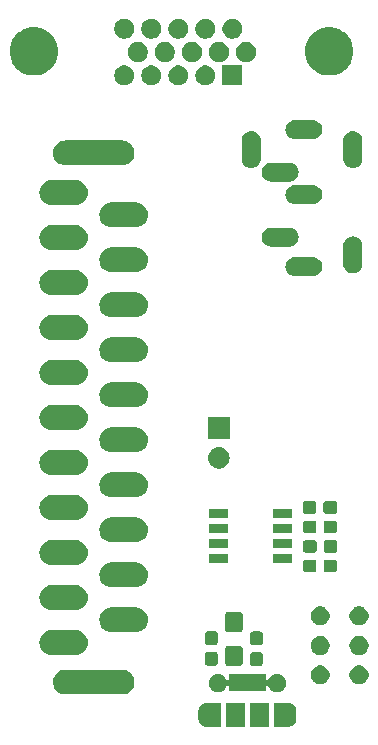
<source format=gts>
G04 #@! TF.GenerationSoftware,KiCad,Pcbnew,(5.1.0)-1*
<<<<<<< HEAD
G04 #@! TF.CreationDate,2019-06-24T23:47:50-04:00*
=======
G04 #@! TF.CreationDate,2019-06-17T15:19:32-04:00*
>>>>>>> c81aab9f46036ea00f0f587d8c2147020808239d
G04 #@! TF.ProjectId,SCART to VGA,53434152-5420-4746-9f20-5647412e6b69,rev?*
G04 #@! TF.SameCoordinates,Original*
G04 #@! TF.FileFunction,Soldermask,Top*
G04 #@! TF.FilePolarity,Negative*
%FSLAX46Y46*%
G04 Gerber Fmt 4.6, Leading zero omitted, Abs format (unit mm)*
<<<<<<< HEAD
G04 Created by KiCad (PCBNEW (5.1.0)-1) date 2019-06-24 23:47:50*
=======
G04 Created by KiCad (PCBNEW (5.1.0)-1) date 2019-06-17 15:19:32*
>>>>>>> c81aab9f46036ea00f0f587d8c2147020808239d
%MOMM*%
%LPD*%
G04 APERTURE LIST*
%ADD10C,0.100000*%
G04 APERTURE END LIST*
D10*
G36*
X91902862Y-135046398D02*
G01*
X91915114Y-135047000D01*
X93128000Y-135047000D01*
X93128000Y-137049000D01*
X91915114Y-137049000D01*
X91902862Y-137049602D01*
X91877000Y-137052149D01*
X91851138Y-137049602D01*
X91838886Y-137049000D01*
X91765594Y-137049000D01*
X91748836Y-137040043D01*
X91737299Y-137035915D01*
X91652307Y-137010132D01*
X91626664Y-137002354D01*
X91513575Y-136941906D01*
X91414447Y-136860554D01*
X91333094Y-136761424D01*
X91272646Y-136648335D01*
X91262960Y-136616403D01*
X91235420Y-136525617D01*
X91226000Y-136429972D01*
X91226000Y-135666027D01*
X91235420Y-135570382D01*
X91272645Y-135447668D01*
X91333096Y-135334574D01*
X91414447Y-135235446D01*
X91513576Y-135154094D01*
X91626666Y-135093646D01*
X91626669Y-135093645D01*
X91737290Y-135060088D01*
X91759925Y-135050712D01*
X91765481Y-135047000D01*
X91838886Y-135047000D01*
X91851138Y-135046398D01*
X91877000Y-135043851D01*
X91902862Y-135046398D01*
X91902862Y-135046398D01*
G37*
G36*
X98902862Y-135046398D02*
G01*
X98915114Y-135047000D01*
X98988406Y-135047000D01*
X99005164Y-135055957D01*
X99016707Y-135060087D01*
X99127331Y-135093645D01*
X99127334Y-135093646D01*
X99240424Y-135154094D01*
X99339554Y-135235447D01*
X99420906Y-135334575D01*
X99481354Y-135447664D01*
X99491040Y-135479596D01*
X99518580Y-135570382D01*
X99528000Y-135666027D01*
X99528000Y-136429973D01*
X99518580Y-136525618D01*
X99491040Y-136616404D01*
X99481354Y-136648336D01*
X99420906Y-136761425D01*
X99339554Y-136860554D01*
X99240425Y-136941906D01*
X99127336Y-137002354D01*
X99101693Y-137010132D01*
X99016708Y-137035913D01*
X98994075Y-137045287D01*
X98988518Y-137049000D01*
X98915114Y-137049000D01*
X98902862Y-137049602D01*
X98877000Y-137052149D01*
X98851138Y-137049602D01*
X98838886Y-137049000D01*
X97626000Y-137049000D01*
X97626000Y-135047000D01*
X98838886Y-135047000D01*
X98851138Y-135046398D01*
X98877000Y-135043851D01*
X98902862Y-135046398D01*
X98902862Y-135046398D01*
G37*
G36*
X95178000Y-137049000D02*
G01*
X93576000Y-137049000D01*
X93576000Y-135047000D01*
X95178000Y-135047000D01*
X95178000Y-137049000D01*
X95178000Y-137049000D01*
G37*
G36*
X97178000Y-137049000D02*
G01*
X95576000Y-137049000D01*
X95576000Y-135047000D01*
X97178000Y-135047000D01*
X97178000Y-137049000D01*
X97178000Y-137049000D01*
G37*
G36*
X84862597Y-132225069D02*
G01*
X84965532Y-132235207D01*
X85157389Y-132293407D01*
X85163649Y-132295306D01*
X85260475Y-132347061D01*
X85346229Y-132392897D01*
X85506265Y-132524235D01*
X85637603Y-132684271D01*
X85670191Y-132745239D01*
X85735194Y-132866851D01*
X85735195Y-132866854D01*
X85795293Y-133064968D01*
X85815585Y-133271000D01*
X85795293Y-133477032D01*
X85750491Y-133624722D01*
X85735194Y-133675149D01*
X85683439Y-133771975D01*
X85637603Y-133857729D01*
X85506265Y-134017765D01*
X85346229Y-134149103D01*
X85260475Y-134194939D01*
X85163649Y-134246694D01*
X85163646Y-134246695D01*
X84965532Y-134306793D01*
X84862597Y-134316931D01*
X84811131Y-134322000D01*
X79907869Y-134322000D01*
X79856403Y-134316931D01*
X79753468Y-134306793D01*
X79555354Y-134246695D01*
X79555351Y-134246694D01*
X79458525Y-134194939D01*
X79372771Y-134149103D01*
X79212735Y-134017765D01*
X79081397Y-133857729D01*
X79035561Y-133771975D01*
X78983806Y-133675149D01*
X78968509Y-133624722D01*
X78923707Y-133477032D01*
X78903415Y-133271000D01*
X78923707Y-133064968D01*
X78983805Y-132866854D01*
X78983806Y-132866851D01*
X79048809Y-132745239D01*
X79081397Y-132684271D01*
X79212735Y-132524235D01*
X79372771Y-132392897D01*
X79458525Y-132347061D01*
X79555351Y-132295306D01*
X79561611Y-132293407D01*
X79753468Y-132235207D01*
X79856403Y-132225069D01*
X79907869Y-132220000D01*
X84811131Y-132220000D01*
X84862597Y-132225069D01*
X84862597Y-132225069D01*
G37*
G36*
X93103348Y-132601820D02*
G01*
X93103350Y-132601821D01*
X93103351Y-132601821D01*
X93244574Y-132660317D01*
X93244577Y-132660319D01*
X93371669Y-132745239D01*
X93479761Y-132853331D01*
X93517615Y-132909984D01*
X93564683Y-132980426D01*
X93585517Y-133030725D01*
X93597068Y-133052336D01*
X93612614Y-133071278D01*
X93631556Y-133086823D01*
X93653166Y-133098374D01*
X93676615Y-133105487D01*
X93701001Y-133107889D01*
X93725387Y-133105487D01*
X93748836Y-133098374D01*
X93770447Y-133086823D01*
X93789389Y-133071277D01*
X93804934Y-133052335D01*
X93816485Y-133030725D01*
X93823598Y-133007276D01*
X93826000Y-132982890D01*
X93826000Y-132622000D01*
X96928000Y-132622000D01*
X96928000Y-132982890D01*
X96930402Y-133007276D01*
X96937515Y-133030725D01*
X96949066Y-133052336D01*
X96964611Y-133071278D01*
X96983553Y-133086823D01*
X97005164Y-133098374D01*
X97028613Y-133105487D01*
X97052999Y-133107889D01*
X97077385Y-133105487D01*
X97100834Y-133098374D01*
X97122445Y-133086823D01*
X97141387Y-133071278D01*
X97156932Y-133052336D01*
X97168483Y-133030725D01*
X97189317Y-132980426D01*
X97236385Y-132909984D01*
X97274239Y-132853331D01*
X97382331Y-132745239D01*
X97509423Y-132660319D01*
X97509426Y-132660317D01*
X97650649Y-132601821D01*
X97650650Y-132601821D01*
X97650652Y-132601820D01*
X97800569Y-132572000D01*
X97953431Y-132572000D01*
X98103348Y-132601820D01*
X98103350Y-132601821D01*
X98103351Y-132601821D01*
X98244574Y-132660317D01*
X98244577Y-132660319D01*
X98371669Y-132745239D01*
X98479761Y-132853331D01*
X98517615Y-132909984D01*
X98564683Y-132980426D01*
X98617479Y-133107889D01*
X98623180Y-133121652D01*
X98653000Y-133271569D01*
X98653000Y-133424431D01*
X98642538Y-133477030D01*
X98623179Y-133574351D01*
X98564683Y-133715574D01*
X98564682Y-133715575D01*
X98564681Y-133715577D01*
X98479761Y-133842669D01*
X98371669Y-133950761D01*
X98271390Y-134017765D01*
X98244574Y-134035683D01*
X98103351Y-134094179D01*
X98103350Y-134094179D01*
X98103348Y-134094180D01*
X97953431Y-134124000D01*
X97800569Y-134124000D01*
X97650652Y-134094180D01*
X97650650Y-134094179D01*
X97650649Y-134094179D01*
X97509426Y-134035683D01*
X97482610Y-134017765D01*
X97382331Y-133950761D01*
X97274239Y-133842669D01*
X97189318Y-133715575D01*
X97189317Y-133715574D01*
X97168481Y-133665272D01*
X97156932Y-133643664D01*
X97141386Y-133624722D01*
X97122444Y-133609177D01*
X97100834Y-133597626D01*
X97077385Y-133590513D01*
X97052999Y-133588111D01*
X97028613Y-133590513D01*
X97005164Y-133597626D01*
X96983553Y-133609177D01*
X96964611Y-133624723D01*
X96949066Y-133643665D01*
X96937515Y-133665275D01*
X96930402Y-133688724D01*
X96928000Y-133713110D01*
X96928000Y-134074000D01*
X93826000Y-134074000D01*
X93826000Y-133713110D01*
X93823598Y-133688724D01*
X93816485Y-133665275D01*
X93804934Y-133643664D01*
X93789389Y-133624722D01*
X93770447Y-133609177D01*
X93748836Y-133597626D01*
X93725387Y-133590513D01*
X93701001Y-133588111D01*
X93676615Y-133590513D01*
X93653166Y-133597626D01*
X93631555Y-133609177D01*
X93612613Y-133624722D01*
X93597068Y-133643664D01*
X93585519Y-133665272D01*
X93564683Y-133715574D01*
X93564682Y-133715575D01*
X93479761Y-133842669D01*
X93371669Y-133950761D01*
X93271390Y-134017765D01*
X93244574Y-134035683D01*
X93103351Y-134094179D01*
X93103350Y-134094179D01*
X93103348Y-134094180D01*
X92953431Y-134124000D01*
X92800569Y-134124000D01*
X92650652Y-134094180D01*
X92650650Y-134094179D01*
X92650649Y-134094179D01*
X92509426Y-134035683D01*
X92482610Y-134017765D01*
X92382331Y-133950761D01*
X92274239Y-133842669D01*
X92189319Y-133715577D01*
X92189318Y-133715575D01*
X92189317Y-133715574D01*
X92130821Y-133574351D01*
X92111463Y-133477030D01*
X92101000Y-133424431D01*
X92101000Y-133271569D01*
X92130820Y-133121652D01*
X92136521Y-133107889D01*
X92189317Y-132980426D01*
X92236385Y-132909984D01*
X92274239Y-132853331D01*
X92382331Y-132745239D01*
X92509423Y-132660319D01*
X92509426Y-132660317D01*
X92650649Y-132601821D01*
X92650650Y-132601821D01*
X92650652Y-132601820D01*
X92800569Y-132572000D01*
X92953431Y-132572000D01*
X93103348Y-132601820D01*
X93103348Y-132601820D01*
G37*
G36*
X101758984Y-131900358D02*
G01*
X101905593Y-131961086D01*
X101905595Y-131961087D01*
X101972014Y-132005467D01*
X102037539Y-132049249D01*
X102149751Y-132161461D01*
X102237914Y-132293407D01*
X102298642Y-132440016D01*
X102329600Y-132595654D01*
X102329600Y-132754346D01*
X102298642Y-132909984D01*
X102268443Y-132982890D01*
X102237913Y-133056595D01*
X102149750Y-133188540D01*
X102037540Y-133300750D01*
X101905595Y-133388913D01*
X101905594Y-133388914D01*
X101905593Y-133388914D01*
X101758984Y-133449642D01*
X101603346Y-133480600D01*
X101444654Y-133480600D01*
X101289016Y-133449642D01*
X101142407Y-133388914D01*
X101142406Y-133388914D01*
X101142405Y-133388913D01*
X101010460Y-133300750D01*
X100898250Y-133188540D01*
X100810087Y-133056595D01*
X100779557Y-132982890D01*
X100749358Y-132909984D01*
X100718400Y-132754346D01*
X100718400Y-132595654D01*
X100749358Y-132440016D01*
X100810086Y-132293407D01*
X100898249Y-132161461D01*
X101010461Y-132049249D01*
X101075986Y-132005467D01*
X101142405Y-131961087D01*
X101142407Y-131961086D01*
X101289016Y-131900358D01*
X101444654Y-131869400D01*
X101603346Y-131869400D01*
X101758984Y-131900358D01*
X101758984Y-131900358D01*
G37*
G36*
X105058984Y-131900358D02*
G01*
X105205593Y-131961086D01*
X105205595Y-131961087D01*
X105272014Y-132005467D01*
X105337539Y-132049249D01*
X105449751Y-132161461D01*
X105537914Y-132293407D01*
X105598642Y-132440016D01*
X105629600Y-132595654D01*
X105629600Y-132754346D01*
X105598642Y-132909984D01*
X105568443Y-132982890D01*
X105537913Y-133056595D01*
X105449750Y-133188540D01*
X105337540Y-133300750D01*
X105205595Y-133388913D01*
X105205594Y-133388914D01*
X105205593Y-133388914D01*
X105058984Y-133449642D01*
X104903346Y-133480600D01*
X104744654Y-133480600D01*
X104589016Y-133449642D01*
X104442407Y-133388914D01*
X104442406Y-133388914D01*
X104442405Y-133388913D01*
X104310460Y-133300750D01*
X104198250Y-133188540D01*
X104110087Y-133056595D01*
X104079557Y-132982890D01*
X104049358Y-132909984D01*
X104018400Y-132754346D01*
X104018400Y-132595654D01*
X104049358Y-132440016D01*
X104110086Y-132293407D01*
X104198249Y-132161461D01*
X104310461Y-132049249D01*
X104375986Y-132005467D01*
X104442405Y-131961087D01*
X104442407Y-131961086D01*
X104589016Y-131900358D01*
X104744654Y-131869400D01*
X104903346Y-131869400D01*
X105058984Y-131900358D01*
X105058984Y-131900358D01*
G37*
G36*
X94806798Y-130229747D02*
G01*
X94842367Y-130240537D01*
X94875139Y-130258054D01*
X94903869Y-130281631D01*
X94927446Y-130310361D01*
X94944963Y-130343133D01*
X94955753Y-130378702D01*
X94960000Y-130421825D01*
X94960000Y-131706175D01*
X94955753Y-131749298D01*
X94944963Y-131784867D01*
X94927446Y-131817639D01*
X94903869Y-131846369D01*
X94875139Y-131869946D01*
X94842367Y-131887463D01*
X94806798Y-131898253D01*
X94763675Y-131902500D01*
X93704325Y-131902500D01*
X93661202Y-131898253D01*
X93625633Y-131887463D01*
X93592861Y-131869946D01*
X93564131Y-131846369D01*
X93540554Y-131817639D01*
X93523037Y-131784867D01*
X93512247Y-131749298D01*
X93508000Y-131706175D01*
X93508000Y-130421825D01*
X93512247Y-130378702D01*
X93523037Y-130343133D01*
X93540554Y-130310361D01*
X93564131Y-130281631D01*
X93592861Y-130258054D01*
X93625633Y-130240537D01*
X93661202Y-130229747D01*
X93704325Y-130225500D01*
X94763675Y-130225500D01*
X94806798Y-130229747D01*
X94806798Y-130229747D01*
G37*
G36*
X96503499Y-130746445D02*
G01*
X96540995Y-130757820D01*
X96575554Y-130776292D01*
X96605847Y-130801153D01*
X96630708Y-130831446D01*
X96649180Y-130866005D01*
X96660555Y-130903501D01*
X96665000Y-130948638D01*
X96665000Y-131687362D01*
X96660555Y-131732499D01*
X96649180Y-131769995D01*
X96630708Y-131804554D01*
X96605847Y-131834847D01*
X96575554Y-131859708D01*
X96540995Y-131878180D01*
X96503499Y-131889555D01*
X96458362Y-131894000D01*
X95819638Y-131894000D01*
X95774501Y-131889555D01*
X95737005Y-131878180D01*
X95702446Y-131859708D01*
X95672153Y-131834847D01*
X95647292Y-131804554D01*
X95628820Y-131769995D01*
X95617445Y-131732499D01*
X95613000Y-131687362D01*
X95613000Y-130948638D01*
X95617445Y-130903501D01*
X95628820Y-130866005D01*
X95647292Y-130831446D01*
X95672153Y-130801153D01*
X95702446Y-130776292D01*
X95737005Y-130757820D01*
X95774501Y-130746445D01*
X95819638Y-130742000D01*
X96458362Y-130742000D01*
X96503499Y-130746445D01*
X96503499Y-130746445D01*
G37*
G36*
X92693499Y-130732445D02*
G01*
X92730995Y-130743820D01*
X92765554Y-130762292D01*
X92795847Y-130787153D01*
X92820708Y-130817446D01*
X92839180Y-130852005D01*
X92850555Y-130889501D01*
X92855000Y-130934638D01*
X92855000Y-131673362D01*
X92850555Y-131718499D01*
X92839180Y-131755995D01*
X92820708Y-131790554D01*
X92795847Y-131820847D01*
X92765554Y-131845708D01*
X92730995Y-131864180D01*
X92693499Y-131875555D01*
X92648362Y-131880000D01*
X92009638Y-131880000D01*
X91964501Y-131875555D01*
X91927005Y-131864180D01*
X91892446Y-131845708D01*
X91862153Y-131820847D01*
X91837292Y-131790554D01*
X91818820Y-131755995D01*
X91807445Y-131718499D01*
X91803000Y-131673362D01*
X91803000Y-130934638D01*
X91807445Y-130889501D01*
X91818820Y-130852005D01*
X91837292Y-130817446D01*
X91862153Y-130787153D01*
X91892446Y-130762292D01*
X91927005Y-130743820D01*
X91964501Y-130732445D01*
X92009638Y-130728000D01*
X92648362Y-130728000D01*
X92693499Y-130732445D01*
X92693499Y-130732445D01*
G37*
G36*
X101758984Y-129400358D02*
G01*
X101905593Y-129461086D01*
X101905595Y-129461087D01*
X101972014Y-129505467D01*
X102037539Y-129549249D01*
X102149751Y-129661461D01*
X102237914Y-129793407D01*
X102298642Y-129940016D01*
X102329600Y-130095654D01*
X102329600Y-130254346D01*
X102298642Y-130409984D01*
X102237914Y-130556593D01*
X102163632Y-130667765D01*
X102149750Y-130688540D01*
X102037540Y-130800750D01*
X101905595Y-130888913D01*
X101905594Y-130888914D01*
X101905593Y-130888914D01*
X101758984Y-130949642D01*
X101603346Y-130980600D01*
X101444654Y-130980600D01*
X101289016Y-130949642D01*
X101142407Y-130888914D01*
X101142406Y-130888914D01*
X101142405Y-130888913D01*
X101010460Y-130800750D01*
X100898250Y-130688540D01*
X100884369Y-130667765D01*
X100810086Y-130556593D01*
X100749358Y-130409984D01*
X100718400Y-130254346D01*
X100718400Y-130095654D01*
X100749358Y-129940016D01*
X100810086Y-129793407D01*
X100898249Y-129661461D01*
X101010461Y-129549249D01*
X101075986Y-129505467D01*
X101142405Y-129461087D01*
X101142407Y-129461086D01*
X101289016Y-129400358D01*
X101444654Y-129369400D01*
X101603346Y-129369400D01*
X101758984Y-129400358D01*
X101758984Y-129400358D01*
G37*
G36*
X105058984Y-129400358D02*
G01*
X105205593Y-129461086D01*
X105205595Y-129461087D01*
X105272014Y-129505467D01*
X105337539Y-129549249D01*
X105449751Y-129661461D01*
X105537914Y-129793407D01*
X105598642Y-129940016D01*
X105629600Y-130095654D01*
X105629600Y-130254346D01*
X105598642Y-130409984D01*
X105537914Y-130556593D01*
X105463632Y-130667765D01*
X105449750Y-130688540D01*
X105337540Y-130800750D01*
X105205595Y-130888913D01*
X105205594Y-130888914D01*
X105205593Y-130888914D01*
X105058984Y-130949642D01*
X104903346Y-130980600D01*
X104744654Y-130980600D01*
X104589016Y-130949642D01*
X104442407Y-130888914D01*
X104442406Y-130888914D01*
X104442405Y-130888913D01*
X104310460Y-130800750D01*
X104198250Y-130688540D01*
X104184369Y-130667765D01*
X104110086Y-130556593D01*
X104049358Y-130409984D01*
X104018400Y-130254346D01*
X104018400Y-130095654D01*
X104049358Y-129940016D01*
X104110086Y-129793407D01*
X104198249Y-129661461D01*
X104310461Y-129549249D01*
X104375986Y-129505467D01*
X104442405Y-129461087D01*
X104442407Y-129461086D01*
X104589016Y-129400358D01*
X104744654Y-129369400D01*
X104903346Y-129369400D01*
X105058984Y-129400358D01*
X105058984Y-129400358D01*
G37*
G36*
X80914769Y-128874298D02*
G01*
X81025532Y-128885207D01*
X81214857Y-128942639D01*
X81223649Y-128945306D01*
X81293131Y-128982445D01*
X81406229Y-129042897D01*
X81566265Y-129174235D01*
X81697603Y-129334271D01*
X81743439Y-129420025D01*
X81795194Y-129516851D01*
X81795195Y-129516854D01*
X81855293Y-129714968D01*
X81875585Y-129921000D01*
X81855293Y-130127032D01*
X81816672Y-130254346D01*
X81795194Y-130325149D01*
X81749848Y-130409985D01*
X81697603Y-130507729D01*
X81566265Y-130667765D01*
X81406229Y-130799103D01*
X81395138Y-130805031D01*
X81223649Y-130896694D01*
X81223646Y-130896695D01*
X81025532Y-130956793D01*
X80922597Y-130966931D01*
X80871131Y-130972000D01*
X78767869Y-130972000D01*
X78716403Y-130966931D01*
X78613468Y-130956793D01*
X78415354Y-130896695D01*
X78415351Y-130896694D01*
X78243862Y-130805031D01*
X78232771Y-130799103D01*
X78072735Y-130667765D01*
X77941397Y-130507729D01*
X77889152Y-130409985D01*
X77843806Y-130325149D01*
X77822328Y-130254346D01*
X77783707Y-130127032D01*
X77763415Y-129921000D01*
X77783707Y-129714968D01*
X77843805Y-129516854D01*
X77843806Y-129516851D01*
X77895561Y-129420025D01*
X77941397Y-129334271D01*
X78072735Y-129174235D01*
X78232771Y-129042897D01*
X78345869Y-128982445D01*
X78415351Y-128945306D01*
X78424143Y-128942639D01*
X78613468Y-128885207D01*
X78724231Y-128874298D01*
X78767869Y-128870000D01*
X80871131Y-128870000D01*
X80914769Y-128874298D01*
X80914769Y-128874298D01*
G37*
G36*
X96503499Y-128996445D02*
G01*
X96540995Y-129007820D01*
X96575554Y-129026292D01*
X96605847Y-129051153D01*
X96630708Y-129081446D01*
X96649180Y-129116005D01*
X96660555Y-129153501D01*
X96665000Y-129198638D01*
X96665000Y-129937362D01*
X96660555Y-129982499D01*
X96649180Y-130019995D01*
X96630708Y-130054554D01*
X96605847Y-130084847D01*
X96575554Y-130109708D01*
X96540995Y-130128180D01*
X96503499Y-130139555D01*
X96458362Y-130144000D01*
X95819638Y-130144000D01*
X95774501Y-130139555D01*
X95737005Y-130128180D01*
X95702446Y-130109708D01*
X95672153Y-130084847D01*
X95647292Y-130054554D01*
X95628820Y-130019995D01*
X95617445Y-129982499D01*
X95613000Y-129937362D01*
X95613000Y-129198638D01*
X95617445Y-129153501D01*
X95628820Y-129116005D01*
X95647292Y-129081446D01*
X95672153Y-129051153D01*
X95702446Y-129026292D01*
X95737005Y-129007820D01*
X95774501Y-128996445D01*
X95819638Y-128992000D01*
X96458362Y-128992000D01*
X96503499Y-128996445D01*
X96503499Y-128996445D01*
G37*
G36*
X92693499Y-128982445D02*
G01*
X92730995Y-128993820D01*
X92765554Y-129012292D01*
X92795847Y-129037153D01*
X92820708Y-129067446D01*
X92839180Y-129102005D01*
X92850555Y-129139501D01*
X92855000Y-129184638D01*
X92855000Y-129923362D01*
X92850555Y-129968499D01*
X92839180Y-130005995D01*
X92820708Y-130040554D01*
X92795847Y-130070847D01*
X92765554Y-130095708D01*
X92730995Y-130114180D01*
X92693499Y-130125555D01*
X92648362Y-130130000D01*
X92009638Y-130130000D01*
X91964501Y-130125555D01*
X91927005Y-130114180D01*
X91892446Y-130095708D01*
X91862153Y-130070847D01*
X91837292Y-130040554D01*
X91818820Y-130005995D01*
X91807445Y-129968499D01*
X91803000Y-129923362D01*
X91803000Y-129184638D01*
X91807445Y-129139501D01*
X91818820Y-129102005D01*
X91837292Y-129067446D01*
X91862153Y-129037153D01*
X91892446Y-129012292D01*
X91927005Y-128993820D01*
X91964501Y-128982445D01*
X92009638Y-128978000D01*
X92648362Y-128978000D01*
X92693499Y-128982445D01*
X92693499Y-128982445D01*
G37*
G36*
X86002597Y-126960069D02*
G01*
X86105532Y-126970207D01*
X86303646Y-127030305D01*
X86303649Y-127030306D01*
X86400475Y-127082061D01*
X86486229Y-127127897D01*
X86646265Y-127259235D01*
X86777603Y-127419271D01*
X86788691Y-127440016D01*
X86875194Y-127601851D01*
X86875195Y-127601854D01*
X86935293Y-127799968D01*
X86955585Y-128006000D01*
X86935293Y-128212032D01*
X86908380Y-128300750D01*
X86875194Y-128410149D01*
X86854085Y-128449641D01*
X86777603Y-128592729D01*
X86646265Y-128752765D01*
X86486229Y-128884103D01*
X86400475Y-128929939D01*
X86303649Y-128981694D01*
X86303646Y-128981695D01*
X86105532Y-129041793D01*
X86002597Y-129051931D01*
X85951131Y-129057000D01*
X83847869Y-129057000D01*
X83796403Y-129051931D01*
X83693468Y-129041793D01*
X83495354Y-128981695D01*
X83495351Y-128981694D01*
X83398525Y-128929939D01*
X83312771Y-128884103D01*
X83152735Y-128752765D01*
X83021397Y-128592729D01*
X82944915Y-128449641D01*
X82923806Y-128410149D01*
X82890620Y-128300750D01*
X82863707Y-128212032D01*
X82843415Y-128006000D01*
X82863707Y-127799968D01*
X82923805Y-127601854D01*
X82923806Y-127601851D01*
X83010309Y-127440016D01*
X83021397Y-127419271D01*
X83152735Y-127259235D01*
X83312771Y-127127897D01*
X83398525Y-127082061D01*
X83495351Y-127030306D01*
X83495354Y-127030305D01*
X83693468Y-126970207D01*
X83796403Y-126960069D01*
X83847869Y-126955000D01*
X85951131Y-126955000D01*
X86002597Y-126960069D01*
X86002597Y-126960069D01*
G37*
G36*
X94806798Y-127354747D02*
G01*
X94842367Y-127365537D01*
X94875139Y-127383054D01*
X94903869Y-127406631D01*
X94927446Y-127435361D01*
X94944963Y-127468133D01*
X94955753Y-127503702D01*
X94960000Y-127546825D01*
X94960000Y-128831175D01*
X94955753Y-128874298D01*
X94944963Y-128909867D01*
X94927446Y-128942639D01*
X94903869Y-128971369D01*
X94875139Y-128994946D01*
X94842367Y-129012463D01*
X94806798Y-129023253D01*
X94763675Y-129027500D01*
X93704325Y-129027500D01*
X93661202Y-129023253D01*
X93625633Y-129012463D01*
X93592861Y-128994946D01*
X93564131Y-128971369D01*
X93540554Y-128942639D01*
X93523037Y-128909867D01*
X93512247Y-128874298D01*
X93508000Y-128831175D01*
X93508000Y-127546825D01*
X93512247Y-127503702D01*
X93523037Y-127468133D01*
X93540554Y-127435361D01*
X93564131Y-127406631D01*
X93592861Y-127383054D01*
X93625633Y-127365537D01*
X93661202Y-127354747D01*
X93704325Y-127350500D01*
X94763675Y-127350500D01*
X94806798Y-127354747D01*
X94806798Y-127354747D01*
G37*
G36*
X101758984Y-126900358D02*
G01*
X101890900Y-126955000D01*
X101905595Y-126961087D01*
X101919244Y-126970207D01*
X102037539Y-127049249D01*
X102149751Y-127161461D01*
X102237914Y-127293407D01*
X102298642Y-127440016D01*
X102329600Y-127595654D01*
X102329600Y-127754346D01*
X102298642Y-127909984D01*
X102237914Y-128056593D01*
X102237913Y-128056595D01*
X102149750Y-128188540D01*
X102037540Y-128300750D01*
X101905595Y-128388913D01*
X101905594Y-128388914D01*
X101905593Y-128388914D01*
X101758984Y-128449642D01*
X101603346Y-128480600D01*
X101444654Y-128480600D01*
X101289016Y-128449642D01*
X101142407Y-128388914D01*
X101142406Y-128388914D01*
X101142405Y-128388913D01*
X101010460Y-128300750D01*
X100898250Y-128188540D01*
X100810087Y-128056595D01*
X100810086Y-128056593D01*
X100749358Y-127909984D01*
X100718400Y-127754346D01*
X100718400Y-127595654D01*
X100749358Y-127440016D01*
X100810086Y-127293407D01*
X100898249Y-127161461D01*
X101010461Y-127049249D01*
X101128756Y-126970207D01*
X101142405Y-126961087D01*
X101157100Y-126955000D01*
X101289016Y-126900358D01*
X101444654Y-126869400D01*
X101603346Y-126869400D01*
X101758984Y-126900358D01*
X101758984Y-126900358D01*
G37*
G36*
X105058984Y-126900358D02*
G01*
X105190900Y-126955000D01*
X105205595Y-126961087D01*
X105219244Y-126970207D01*
X105337539Y-127049249D01*
X105449751Y-127161461D01*
X105537914Y-127293407D01*
X105598642Y-127440016D01*
X105629600Y-127595654D01*
X105629600Y-127754346D01*
X105598642Y-127909984D01*
X105537914Y-128056593D01*
X105537913Y-128056595D01*
X105449750Y-128188540D01*
X105337540Y-128300750D01*
X105205595Y-128388913D01*
X105205594Y-128388914D01*
X105205593Y-128388914D01*
X105058984Y-128449642D01*
X104903346Y-128480600D01*
X104744654Y-128480600D01*
X104589016Y-128449642D01*
X104442407Y-128388914D01*
X104442406Y-128388914D01*
X104442405Y-128388913D01*
X104310460Y-128300750D01*
X104198250Y-128188540D01*
X104110087Y-128056595D01*
X104110086Y-128056593D01*
X104049358Y-127909984D01*
X104018400Y-127754346D01*
X104018400Y-127595654D01*
X104049358Y-127440016D01*
X104110086Y-127293407D01*
X104198249Y-127161461D01*
X104310461Y-127049249D01*
X104428756Y-126970207D01*
X104442405Y-126961087D01*
X104457100Y-126955000D01*
X104589016Y-126900358D01*
X104744654Y-126869400D01*
X104903346Y-126869400D01*
X105058984Y-126900358D01*
X105058984Y-126900358D01*
G37*
G36*
X80922597Y-125065069D02*
G01*
X81025532Y-125075207D01*
X81223646Y-125135305D01*
X81223649Y-125135306D01*
X81320475Y-125187061D01*
X81406229Y-125232897D01*
X81566265Y-125364235D01*
X81697603Y-125524271D01*
X81743439Y-125610025D01*
X81795194Y-125706851D01*
X81795195Y-125706854D01*
X81855293Y-125904968D01*
X81875585Y-126111000D01*
X81855293Y-126317032D01*
X81795195Y-126515146D01*
X81795194Y-126515149D01*
X81743439Y-126611975D01*
X81697603Y-126697729D01*
X81566265Y-126857765D01*
X81406229Y-126989103D01*
X81329145Y-127030305D01*
X81223649Y-127086694D01*
X81223646Y-127086695D01*
X81025532Y-127146793D01*
X80922597Y-127156931D01*
X80871131Y-127162000D01*
X78767869Y-127162000D01*
X78716403Y-127156931D01*
X78613468Y-127146793D01*
X78415354Y-127086695D01*
X78415351Y-127086694D01*
X78309855Y-127030305D01*
X78232771Y-126989103D01*
X78072735Y-126857765D01*
X77941397Y-126697729D01*
X77895561Y-126611975D01*
X77843806Y-126515149D01*
X77843805Y-126515146D01*
X77783707Y-126317032D01*
X77763415Y-126111000D01*
X77783707Y-125904968D01*
X77843805Y-125706854D01*
X77843806Y-125706851D01*
X77895561Y-125610025D01*
X77941397Y-125524271D01*
X78072735Y-125364235D01*
X78232771Y-125232897D01*
X78318525Y-125187061D01*
X78415351Y-125135306D01*
X78415354Y-125135305D01*
X78613468Y-125075207D01*
X78716403Y-125065069D01*
X78767869Y-125060000D01*
X80871131Y-125060000D01*
X80922597Y-125065069D01*
X80922597Y-125065069D01*
G37*
G36*
X86002597Y-123150069D02*
G01*
X86105532Y-123160207D01*
X86303646Y-123220305D01*
X86303649Y-123220306D01*
X86400475Y-123272061D01*
X86486229Y-123317897D01*
X86646265Y-123449235D01*
X86777603Y-123609271D01*
X86823439Y-123695025D01*
X86875194Y-123791851D01*
X86875195Y-123791854D01*
X86935293Y-123989968D01*
X86955585Y-124196000D01*
X86935293Y-124402032D01*
X86875195Y-124600146D01*
X86875194Y-124600149D01*
X86823439Y-124696975D01*
X86777603Y-124782729D01*
X86646265Y-124942765D01*
X86486229Y-125074103D01*
X86400475Y-125119939D01*
X86303649Y-125171694D01*
X86303646Y-125171695D01*
X86105532Y-125231793D01*
X86002597Y-125241931D01*
X85951131Y-125247000D01*
X83847869Y-125247000D01*
X83796403Y-125241931D01*
X83693468Y-125231793D01*
X83495354Y-125171695D01*
X83495351Y-125171694D01*
X83398525Y-125119939D01*
X83312771Y-125074103D01*
X83152735Y-124942765D01*
X83021397Y-124782729D01*
X82975561Y-124696975D01*
X82923806Y-124600149D01*
X82923805Y-124600146D01*
X82863707Y-124402032D01*
X82843415Y-124196000D01*
X82863707Y-123989968D01*
X82923805Y-123791854D01*
X82923806Y-123791851D01*
X82975561Y-123695025D01*
X83021397Y-123609271D01*
X83152735Y-123449235D01*
X83312771Y-123317897D01*
X83398525Y-123272061D01*
X83495351Y-123220306D01*
X83495354Y-123220305D01*
X83693468Y-123160207D01*
X83796403Y-123150069D01*
X83847869Y-123145000D01*
X85951131Y-123145000D01*
X86002597Y-123150069D01*
X86002597Y-123150069D01*
G37*
G36*
X102813299Y-122922445D02*
G01*
X102850795Y-122933820D01*
X102885354Y-122952292D01*
X102915647Y-122977153D01*
X102940508Y-123007446D01*
X102958980Y-123042005D01*
X102970355Y-123079501D01*
X102974800Y-123124638D01*
X102974800Y-123763362D01*
X102970355Y-123808499D01*
X102958980Y-123845995D01*
X102940508Y-123880554D01*
X102915647Y-123910847D01*
X102885354Y-123935708D01*
X102850795Y-123954180D01*
X102813299Y-123965555D01*
X102768162Y-123970000D01*
X102029438Y-123970000D01*
X101984301Y-123965555D01*
X101946805Y-123954180D01*
X101912246Y-123935708D01*
X101881953Y-123910847D01*
X101857092Y-123880554D01*
X101838620Y-123845995D01*
X101827245Y-123808499D01*
X101822800Y-123763362D01*
X101822800Y-123124638D01*
X101827245Y-123079501D01*
X101838620Y-123042005D01*
X101857092Y-123007446D01*
X101881953Y-122977153D01*
X101912246Y-122952292D01*
X101946805Y-122933820D01*
X101984301Y-122922445D01*
X102029438Y-122918000D01*
X102768162Y-122918000D01*
X102813299Y-122922445D01*
X102813299Y-122922445D01*
G37*
G36*
X101063299Y-122922445D02*
G01*
X101100795Y-122933820D01*
X101135354Y-122952292D01*
X101165647Y-122977153D01*
X101190508Y-123007446D01*
X101208980Y-123042005D01*
X101220355Y-123079501D01*
X101224800Y-123124638D01*
X101224800Y-123763362D01*
X101220355Y-123808499D01*
X101208980Y-123845995D01*
X101190508Y-123880554D01*
X101165647Y-123910847D01*
X101135354Y-123935708D01*
X101100795Y-123954180D01*
X101063299Y-123965555D01*
X101018162Y-123970000D01*
X100279438Y-123970000D01*
X100234301Y-123965555D01*
X100196805Y-123954180D01*
X100162246Y-123935708D01*
X100131953Y-123910847D01*
X100107092Y-123880554D01*
X100088620Y-123845995D01*
X100077245Y-123808499D01*
X100072800Y-123763362D01*
X100072800Y-123124638D01*
X100077245Y-123079501D01*
X100088620Y-123042005D01*
X100107092Y-123007446D01*
X100131953Y-122977153D01*
X100162246Y-122952292D01*
X100196805Y-122933820D01*
X100234301Y-122922445D01*
X100279438Y-122918000D01*
X101018162Y-122918000D01*
X101063299Y-122922445D01*
X101063299Y-122922445D01*
G37*
G36*
X80922597Y-121255069D02*
G01*
X81025532Y-121265207D01*
X81223646Y-121325305D01*
X81223649Y-121325306D01*
X81320475Y-121377061D01*
X81406229Y-121422897D01*
X81566265Y-121554235D01*
X81697603Y-121714271D01*
X81743439Y-121800025D01*
X81795194Y-121896851D01*
X81795195Y-121896854D01*
X81855293Y-122094968D01*
X81875585Y-122301000D01*
X81855293Y-122507032D01*
X81795195Y-122705146D01*
X81795194Y-122705149D01*
X81743439Y-122801975D01*
X81697603Y-122887729D01*
X81566265Y-123047765D01*
X81406229Y-123179103D01*
X81329145Y-123220305D01*
X81223649Y-123276694D01*
X81223646Y-123276695D01*
X81025532Y-123336793D01*
X80922597Y-123346931D01*
X80871131Y-123352000D01*
X78767869Y-123352000D01*
X78716403Y-123346931D01*
X78613468Y-123336793D01*
X78415354Y-123276695D01*
X78415351Y-123276694D01*
X78309855Y-123220305D01*
X78232771Y-123179103D01*
X78072735Y-123047765D01*
X77941397Y-122887729D01*
X77895561Y-122801975D01*
X77843806Y-122705149D01*
X77843805Y-122705146D01*
X77783707Y-122507032D01*
X77763415Y-122301000D01*
X77783707Y-122094968D01*
X77843805Y-121896854D01*
X77843806Y-121896851D01*
X77895561Y-121800025D01*
X77941397Y-121714271D01*
X78072735Y-121554235D01*
X78232771Y-121422897D01*
X78318525Y-121377061D01*
X78415351Y-121325306D01*
X78415354Y-121325305D01*
X78613468Y-121265207D01*
X78716403Y-121255069D01*
X78767869Y-121250000D01*
X80871131Y-121250000D01*
X80922597Y-121255069D01*
X80922597Y-121255069D01*
G37*
G36*
X93757000Y-123160000D02*
G01*
X92105000Y-123160000D01*
X92105000Y-122458000D01*
X93757000Y-122458000D01*
X93757000Y-123160000D01*
X93757000Y-123160000D01*
G37*
G36*
X99157000Y-123160000D02*
G01*
X97505000Y-123160000D01*
X97505000Y-122458000D01*
X99157000Y-122458000D01*
X99157000Y-123160000D01*
X99157000Y-123160000D01*
G37*
G36*
X101075999Y-121271445D02*
G01*
X101113495Y-121282820D01*
X101148054Y-121301292D01*
X101178347Y-121326153D01*
X101203208Y-121356446D01*
X101221680Y-121391005D01*
X101233055Y-121428501D01*
X101237500Y-121473638D01*
X101237500Y-122112362D01*
X101233055Y-122157499D01*
X101221680Y-122194995D01*
X101203208Y-122229554D01*
X101178347Y-122259847D01*
X101148054Y-122284708D01*
X101113495Y-122303180D01*
X101075999Y-122314555D01*
X101030862Y-122319000D01*
X100292138Y-122319000D01*
X100247001Y-122314555D01*
X100209505Y-122303180D01*
X100174946Y-122284708D01*
X100144653Y-122259847D01*
X100119792Y-122229554D01*
X100101320Y-122194995D01*
X100089945Y-122157499D01*
X100085500Y-122112362D01*
X100085500Y-121473638D01*
X100089945Y-121428501D01*
X100101320Y-121391005D01*
X100119792Y-121356446D01*
X100144653Y-121326153D01*
X100174946Y-121301292D01*
X100209505Y-121282820D01*
X100247001Y-121271445D01*
X100292138Y-121267000D01*
X101030862Y-121267000D01*
X101075999Y-121271445D01*
X101075999Y-121271445D01*
G37*
G36*
X102825999Y-121271445D02*
G01*
X102863495Y-121282820D01*
X102898054Y-121301292D01*
X102928347Y-121326153D01*
X102953208Y-121356446D01*
X102971680Y-121391005D01*
X102983055Y-121428501D01*
X102987500Y-121473638D01*
X102987500Y-122112362D01*
X102983055Y-122157499D01*
X102971680Y-122194995D01*
X102953208Y-122229554D01*
X102928347Y-122259847D01*
X102898054Y-122284708D01*
X102863495Y-122303180D01*
X102825999Y-122314555D01*
X102780862Y-122319000D01*
X102042138Y-122319000D01*
X101997001Y-122314555D01*
X101959505Y-122303180D01*
X101924946Y-122284708D01*
X101894653Y-122259847D01*
X101869792Y-122229554D01*
X101851320Y-122194995D01*
X101839945Y-122157499D01*
X101835500Y-122112362D01*
X101835500Y-121473638D01*
X101839945Y-121428501D01*
X101851320Y-121391005D01*
X101869792Y-121356446D01*
X101894653Y-121326153D01*
X101924946Y-121301292D01*
X101959505Y-121282820D01*
X101997001Y-121271445D01*
X102042138Y-121267000D01*
X102780862Y-121267000D01*
X102825999Y-121271445D01*
X102825999Y-121271445D01*
G37*
G36*
X93757000Y-121890000D02*
G01*
X92105000Y-121890000D01*
X92105000Y-121188000D01*
X93757000Y-121188000D01*
X93757000Y-121890000D01*
X93757000Y-121890000D01*
G37*
G36*
X99157000Y-121890000D02*
G01*
X97505000Y-121890000D01*
X97505000Y-121188000D01*
X99157000Y-121188000D01*
X99157000Y-121890000D01*
X99157000Y-121890000D01*
G37*
G36*
X86002597Y-119340069D02*
G01*
X86105532Y-119350207D01*
X86303646Y-119410305D01*
X86303649Y-119410306D01*
X86400475Y-119462061D01*
X86486229Y-119507897D01*
X86646265Y-119639235D01*
X86777603Y-119799271D01*
X86820219Y-119879000D01*
X86875194Y-119981851D01*
X86875195Y-119981854D01*
X86935293Y-120179968D01*
X86955585Y-120386000D01*
X86935293Y-120592032D01*
X86913596Y-120663555D01*
X86875194Y-120790149D01*
X86823439Y-120886975D01*
X86777603Y-120972729D01*
X86646265Y-121132765D01*
X86486229Y-121264103D01*
X86443354Y-121287020D01*
X86303649Y-121361694D01*
X86303646Y-121361695D01*
X86105532Y-121421793D01*
X86002597Y-121431931D01*
X85951131Y-121437000D01*
X83847869Y-121437000D01*
X83796403Y-121431931D01*
X83693468Y-121421793D01*
X83495354Y-121361695D01*
X83495351Y-121361694D01*
X83355646Y-121287020D01*
X83312771Y-121264103D01*
X83152735Y-121132765D01*
X83021397Y-120972729D01*
X82975561Y-120886975D01*
X82923806Y-120790149D01*
X82885404Y-120663555D01*
X82863707Y-120592032D01*
X82843415Y-120386000D01*
X82863707Y-120179968D01*
X82923805Y-119981854D01*
X82923806Y-119981851D01*
X82978781Y-119879000D01*
X83021397Y-119799271D01*
X83152735Y-119639235D01*
X83312771Y-119507897D01*
X83398525Y-119462061D01*
X83495351Y-119410306D01*
X83495354Y-119410305D01*
X83693468Y-119350207D01*
X83796403Y-119340069D01*
X83847869Y-119335000D01*
X85951131Y-119335000D01*
X86002597Y-119340069D01*
X86002597Y-119340069D01*
G37*
G36*
X101061999Y-119620445D02*
G01*
X101099495Y-119631820D01*
X101134054Y-119650292D01*
X101164347Y-119675153D01*
X101189208Y-119705446D01*
X101207680Y-119740005D01*
X101219055Y-119777501D01*
X101223500Y-119822638D01*
X101223500Y-120461362D01*
X101219055Y-120506499D01*
X101207680Y-120543995D01*
X101189208Y-120578554D01*
X101164347Y-120608847D01*
X101134054Y-120633708D01*
X101099495Y-120652180D01*
X101061999Y-120663555D01*
X101016862Y-120668000D01*
X100278138Y-120668000D01*
X100233001Y-120663555D01*
X100195505Y-120652180D01*
X100160946Y-120633708D01*
X100130653Y-120608847D01*
X100105792Y-120578554D01*
X100087320Y-120543995D01*
X100075945Y-120506499D01*
X100071500Y-120461362D01*
X100071500Y-119822638D01*
X100075945Y-119777501D01*
X100087320Y-119740005D01*
X100105792Y-119705446D01*
X100130653Y-119675153D01*
X100160946Y-119650292D01*
X100195505Y-119631820D01*
X100233001Y-119620445D01*
X100278138Y-119616000D01*
X101016862Y-119616000D01*
X101061999Y-119620445D01*
X101061999Y-119620445D01*
G37*
G36*
X102811999Y-119620445D02*
G01*
X102849495Y-119631820D01*
X102884054Y-119650292D01*
X102914347Y-119675153D01*
X102939208Y-119705446D01*
X102957680Y-119740005D01*
X102969055Y-119777501D01*
X102973500Y-119822638D01*
X102973500Y-120461362D01*
X102969055Y-120506499D01*
X102957680Y-120543995D01*
X102939208Y-120578554D01*
X102914347Y-120608847D01*
X102884054Y-120633708D01*
X102849495Y-120652180D01*
X102811999Y-120663555D01*
X102766862Y-120668000D01*
X102028138Y-120668000D01*
X101983001Y-120663555D01*
X101945505Y-120652180D01*
X101910946Y-120633708D01*
X101880653Y-120608847D01*
X101855792Y-120578554D01*
X101837320Y-120543995D01*
X101825945Y-120506499D01*
X101821500Y-120461362D01*
X101821500Y-119822638D01*
X101825945Y-119777501D01*
X101837320Y-119740005D01*
X101855792Y-119705446D01*
X101880653Y-119675153D01*
X101910946Y-119650292D01*
X101945505Y-119631820D01*
X101983001Y-119620445D01*
X102028138Y-119616000D01*
X102766862Y-119616000D01*
X102811999Y-119620445D01*
X102811999Y-119620445D01*
G37*
G36*
X99157000Y-120620000D02*
G01*
X97505000Y-120620000D01*
X97505000Y-119918000D01*
X99157000Y-119918000D01*
X99157000Y-120620000D01*
X99157000Y-120620000D01*
G37*
G36*
X93757000Y-120620000D02*
G01*
X92105000Y-120620000D01*
X92105000Y-119918000D01*
X93757000Y-119918000D01*
X93757000Y-120620000D01*
X93757000Y-120620000D01*
G37*
G36*
X80922597Y-117445069D02*
G01*
X81025532Y-117455207D01*
X81223646Y-117515305D01*
X81223649Y-117515306D01*
X81320475Y-117567061D01*
X81406229Y-117612897D01*
X81566265Y-117744235D01*
X81697603Y-117904271D01*
X81730063Y-117965000D01*
X81795194Y-118086851D01*
X81795195Y-118086854D01*
X81855293Y-118284968D01*
X81875585Y-118491000D01*
X81855293Y-118697032D01*
X81795195Y-118895146D01*
X81795194Y-118895149D01*
X81743439Y-118991975D01*
X81697603Y-119077729D01*
X81566265Y-119237765D01*
X81406229Y-119369103D01*
X81329145Y-119410305D01*
X81223649Y-119466694D01*
X81223646Y-119466695D01*
X81025532Y-119526793D01*
X80922597Y-119536931D01*
X80871131Y-119542000D01*
X78767869Y-119542000D01*
X78716403Y-119536931D01*
X78613468Y-119526793D01*
X78415354Y-119466695D01*
X78415351Y-119466694D01*
X78309855Y-119410305D01*
X78232771Y-119369103D01*
X78072735Y-119237765D01*
X77941397Y-119077729D01*
X77895561Y-118991975D01*
X77843806Y-118895149D01*
X77843805Y-118895146D01*
X77783707Y-118697032D01*
X77763415Y-118491000D01*
X77783707Y-118284968D01*
X77843805Y-118086854D01*
X77843806Y-118086851D01*
X77908937Y-117965000D01*
X77941397Y-117904271D01*
X78072735Y-117744235D01*
X78232771Y-117612897D01*
X78318525Y-117567061D01*
X78415351Y-117515306D01*
X78415354Y-117515305D01*
X78613468Y-117455207D01*
X78716403Y-117445069D01*
X78767869Y-117440000D01*
X80871131Y-117440000D01*
X80922597Y-117445069D01*
X80922597Y-117445069D01*
G37*
G36*
X99157000Y-119350000D02*
G01*
X97505000Y-119350000D01*
X97505000Y-118648000D01*
X99157000Y-118648000D01*
X99157000Y-119350000D01*
X99157000Y-119350000D01*
G37*
G36*
X93757000Y-119350000D02*
G01*
X92105000Y-119350000D01*
X92105000Y-118648000D01*
X93757000Y-118648000D01*
X93757000Y-119350000D01*
X93757000Y-119350000D01*
G37*
G36*
X102801899Y-117969445D02*
G01*
X102839395Y-117980820D01*
X102873954Y-117999292D01*
X102904247Y-118024153D01*
X102929108Y-118054446D01*
X102947580Y-118089005D01*
X102958955Y-118126501D01*
X102963400Y-118171638D01*
X102963400Y-118810362D01*
X102958955Y-118855499D01*
X102947580Y-118892995D01*
X102929108Y-118927554D01*
X102904247Y-118957847D01*
X102873954Y-118982708D01*
X102839395Y-119001180D01*
X102801899Y-119012555D01*
X102756762Y-119017000D01*
X102018038Y-119017000D01*
X101972901Y-119012555D01*
X101935405Y-119001180D01*
X101900846Y-118982708D01*
X101870553Y-118957847D01*
X101845692Y-118927554D01*
X101827220Y-118892995D01*
X101815845Y-118855499D01*
X101811400Y-118810362D01*
X101811400Y-118171638D01*
X101815845Y-118126501D01*
X101827220Y-118089005D01*
X101845692Y-118054446D01*
X101870553Y-118024153D01*
X101900846Y-117999292D01*
X101935405Y-117980820D01*
X101972901Y-117969445D01*
X102018038Y-117965000D01*
X102756762Y-117965000D01*
X102801899Y-117969445D01*
X102801899Y-117969445D01*
G37*
G36*
X101051899Y-117969445D02*
G01*
X101089395Y-117980820D01*
X101123954Y-117999292D01*
X101154247Y-118024153D01*
X101179108Y-118054446D01*
X101197580Y-118089005D01*
X101208955Y-118126501D01*
X101213400Y-118171638D01*
X101213400Y-118810362D01*
X101208955Y-118855499D01*
X101197580Y-118892995D01*
X101179108Y-118927554D01*
X101154247Y-118957847D01*
X101123954Y-118982708D01*
X101089395Y-119001180D01*
X101051899Y-119012555D01*
X101006762Y-119017000D01*
X100268038Y-119017000D01*
X100222901Y-119012555D01*
X100185405Y-119001180D01*
X100150846Y-118982708D01*
X100120553Y-118957847D01*
X100095692Y-118927554D01*
X100077220Y-118892995D01*
X100065845Y-118855499D01*
X100061400Y-118810362D01*
X100061400Y-118171638D01*
X100065845Y-118126501D01*
X100077220Y-118089005D01*
X100095692Y-118054446D01*
X100120553Y-118024153D01*
X100150846Y-117999292D01*
X100185405Y-117980820D01*
X100222901Y-117969445D01*
X100268038Y-117965000D01*
X101006762Y-117965000D01*
X101051899Y-117969445D01*
X101051899Y-117969445D01*
G37*
G36*
X86002597Y-115530069D02*
G01*
X86105532Y-115540207D01*
X86303646Y-115600305D01*
X86303649Y-115600306D01*
X86400475Y-115652061D01*
X86486229Y-115697897D01*
X86646265Y-115829235D01*
X86777603Y-115989271D01*
X86823439Y-116075025D01*
X86875194Y-116171851D01*
X86875195Y-116171854D01*
X86935293Y-116369968D01*
X86955585Y-116576000D01*
X86935293Y-116782032D01*
X86875195Y-116980146D01*
X86875194Y-116980149D01*
X86823439Y-117076975D01*
X86777603Y-117162729D01*
X86646265Y-117322765D01*
X86486229Y-117454103D01*
X86400475Y-117499939D01*
X86303649Y-117551694D01*
X86303646Y-117551695D01*
X86105532Y-117611793D01*
X86002597Y-117621931D01*
X85951131Y-117627000D01*
X83847869Y-117627000D01*
X83796403Y-117621931D01*
X83693468Y-117611793D01*
X83495354Y-117551695D01*
X83495351Y-117551694D01*
X83398525Y-117499939D01*
X83312771Y-117454103D01*
X83152735Y-117322765D01*
X83021397Y-117162729D01*
X82975561Y-117076975D01*
X82923806Y-116980149D01*
X82923805Y-116980146D01*
X82863707Y-116782032D01*
X82843415Y-116576000D01*
X82863707Y-116369968D01*
X82923805Y-116171854D01*
X82923806Y-116171851D01*
X82975561Y-116075025D01*
X83021397Y-115989271D01*
X83152735Y-115829235D01*
X83312771Y-115697897D01*
X83398525Y-115652061D01*
X83495351Y-115600306D01*
X83495354Y-115600305D01*
X83693468Y-115540207D01*
X83796403Y-115530069D01*
X83847869Y-115525000D01*
X85951131Y-115525000D01*
X86002597Y-115530069D01*
X86002597Y-115530069D01*
G37*
G36*
X80922597Y-113635069D02*
G01*
X81025532Y-113645207D01*
X81223646Y-113705305D01*
X81223649Y-113705306D01*
X81320475Y-113757061D01*
X81406229Y-113802897D01*
X81566265Y-113934235D01*
X81697603Y-114094271D01*
X81713158Y-114123373D01*
X81795194Y-114276851D01*
X81795195Y-114276854D01*
X81855293Y-114474968D01*
X81875585Y-114681000D01*
X81855293Y-114887032D01*
X81795195Y-115085146D01*
X81795194Y-115085149D01*
X81743439Y-115181975D01*
X81697603Y-115267729D01*
X81566265Y-115427765D01*
X81406229Y-115559103D01*
X81329145Y-115600305D01*
X81223649Y-115656694D01*
X81223646Y-115656695D01*
X81025532Y-115716793D01*
X80922597Y-115726931D01*
X80871131Y-115732000D01*
X78767869Y-115732000D01*
X78716403Y-115726931D01*
X78613468Y-115716793D01*
X78415354Y-115656695D01*
X78415351Y-115656694D01*
X78309855Y-115600305D01*
X78232771Y-115559103D01*
X78072735Y-115427765D01*
X77941397Y-115267729D01*
X77895561Y-115181975D01*
X77843806Y-115085149D01*
X77843805Y-115085146D01*
X77783707Y-114887032D01*
X77763415Y-114681000D01*
X77783707Y-114474968D01*
X77843805Y-114276854D01*
X77843806Y-114276851D01*
X77925842Y-114123373D01*
X77941397Y-114094271D01*
X78072735Y-113934235D01*
X78232771Y-113802897D01*
X78318525Y-113757061D01*
X78415351Y-113705306D01*
X78415354Y-113705305D01*
X78613468Y-113645207D01*
X78716403Y-113635069D01*
X78767869Y-113630000D01*
X80871131Y-113630000D01*
X80922597Y-113635069D01*
X80922597Y-113635069D01*
G37*
G36*
X93074443Y-113405519D02*
G01*
X93140627Y-113412037D01*
X93310466Y-113463557D01*
X93466991Y-113547222D01*
X93502729Y-113576552D01*
X93604186Y-113659814D01*
X93671382Y-113741694D01*
X93716778Y-113797009D01*
X93800443Y-113953534D01*
X93851963Y-114123373D01*
X93869359Y-114300000D01*
X93851963Y-114476627D01*
X93800443Y-114646466D01*
X93716778Y-114802991D01*
X93687448Y-114838729D01*
X93604186Y-114940186D01*
X93502729Y-115023448D01*
X93466991Y-115052778D01*
X93310466Y-115136443D01*
X93140627Y-115187963D01*
X93074442Y-115194482D01*
X93008260Y-115201000D01*
X92919740Y-115201000D01*
X92853558Y-115194482D01*
X92787373Y-115187963D01*
X92617534Y-115136443D01*
X92461009Y-115052778D01*
X92425271Y-115023448D01*
X92323814Y-114940186D01*
X92240552Y-114838729D01*
X92211222Y-114802991D01*
X92127557Y-114646466D01*
X92076037Y-114476627D01*
X92058641Y-114300000D01*
X92076037Y-114123373D01*
X92127557Y-113953534D01*
X92211222Y-113797009D01*
X92256618Y-113741694D01*
X92323814Y-113659814D01*
X92425271Y-113576552D01*
X92461009Y-113547222D01*
X92617534Y-113463557D01*
X92787373Y-113412037D01*
X92853557Y-113405519D01*
X92919740Y-113399000D01*
X93008260Y-113399000D01*
X93074443Y-113405519D01*
X93074443Y-113405519D01*
G37*
G36*
X86002597Y-111720069D02*
G01*
X86105532Y-111730207D01*
X86303646Y-111790305D01*
X86303649Y-111790306D01*
X86400475Y-111842061D01*
X86486229Y-111887897D01*
X86646265Y-112019235D01*
X86777603Y-112179271D01*
X86823439Y-112265025D01*
X86875194Y-112361851D01*
X86875195Y-112361854D01*
X86935293Y-112559968D01*
X86955585Y-112766000D01*
X86935293Y-112972032D01*
X86875195Y-113170146D01*
X86875194Y-113170149D01*
X86823439Y-113266975D01*
X86777603Y-113352729D01*
X86646265Y-113512765D01*
X86486229Y-113644103D01*
X86400475Y-113689939D01*
X86303649Y-113741694D01*
X86303646Y-113741695D01*
X86105532Y-113801793D01*
X86002597Y-113811931D01*
X85951131Y-113817000D01*
X83847869Y-113817000D01*
X83796403Y-113811931D01*
X83693468Y-113801793D01*
X83495354Y-113741695D01*
X83495351Y-113741694D01*
X83398525Y-113689939D01*
X83312771Y-113644103D01*
X83152735Y-113512765D01*
X83021397Y-113352729D01*
X82975561Y-113266975D01*
X82923806Y-113170149D01*
X82923805Y-113170146D01*
X82863707Y-112972032D01*
X82843415Y-112766000D01*
X82863707Y-112559968D01*
X82923805Y-112361854D01*
X82923806Y-112361851D01*
X82975561Y-112265025D01*
X83021397Y-112179271D01*
X83152735Y-112019235D01*
X83312771Y-111887897D01*
X83398525Y-111842061D01*
X83495351Y-111790306D01*
X83495354Y-111790305D01*
X83693468Y-111730207D01*
X83796403Y-111720069D01*
X83847869Y-111715000D01*
X85951131Y-111715000D01*
X86002597Y-111720069D01*
X86002597Y-111720069D01*
G37*
G36*
X93865000Y-112661000D02*
G01*
X92063000Y-112661000D01*
X92063000Y-110859000D01*
X93865000Y-110859000D01*
X93865000Y-112661000D01*
X93865000Y-112661000D01*
G37*
G36*
X80922597Y-109825069D02*
G01*
X81025532Y-109835207D01*
X81223646Y-109895305D01*
X81223649Y-109895306D01*
X81320475Y-109947061D01*
X81406229Y-109992897D01*
X81566265Y-110124235D01*
X81697603Y-110284271D01*
X81743439Y-110370025D01*
X81795194Y-110466851D01*
X81795195Y-110466854D01*
X81855293Y-110664968D01*
X81875585Y-110871000D01*
X81855293Y-111077032D01*
X81795195Y-111275146D01*
X81795194Y-111275149D01*
X81743439Y-111371975D01*
X81697603Y-111457729D01*
X81566265Y-111617765D01*
X81406229Y-111749103D01*
X81329145Y-111790305D01*
X81223649Y-111846694D01*
X81223646Y-111846695D01*
X81025532Y-111906793D01*
X80922597Y-111916931D01*
X80871131Y-111922000D01*
X78767869Y-111922000D01*
X78716403Y-111916931D01*
X78613468Y-111906793D01*
X78415354Y-111846695D01*
X78415351Y-111846694D01*
X78309855Y-111790305D01*
X78232771Y-111749103D01*
X78072735Y-111617765D01*
X77941397Y-111457729D01*
X77895561Y-111371975D01*
X77843806Y-111275149D01*
X77843805Y-111275146D01*
X77783707Y-111077032D01*
X77763415Y-110871000D01*
X77783707Y-110664968D01*
X77843805Y-110466854D01*
X77843806Y-110466851D01*
X77895561Y-110370025D01*
X77941397Y-110284271D01*
X78072735Y-110124235D01*
X78232771Y-109992897D01*
X78318525Y-109947061D01*
X78415351Y-109895306D01*
X78415354Y-109895305D01*
X78613468Y-109835207D01*
X78716403Y-109825069D01*
X78767869Y-109820000D01*
X80871131Y-109820000D01*
X80922597Y-109825069D01*
X80922597Y-109825069D01*
G37*
G36*
X86002597Y-107910069D02*
G01*
X86105532Y-107920207D01*
X86303646Y-107980305D01*
X86303649Y-107980306D01*
X86400475Y-108032061D01*
X86486229Y-108077897D01*
X86646265Y-108209235D01*
X86777603Y-108369271D01*
X86823439Y-108455025D01*
X86875194Y-108551851D01*
X86875195Y-108551854D01*
X86935293Y-108749968D01*
X86955585Y-108956000D01*
X86935293Y-109162032D01*
X86875195Y-109360146D01*
X86875194Y-109360149D01*
X86823439Y-109456975D01*
X86777603Y-109542729D01*
X86646265Y-109702765D01*
X86486229Y-109834103D01*
X86400475Y-109879939D01*
X86303649Y-109931694D01*
X86303646Y-109931695D01*
X86105532Y-109991793D01*
X86002597Y-110001931D01*
X85951131Y-110007000D01*
X83847869Y-110007000D01*
X83796403Y-110001931D01*
X83693468Y-109991793D01*
X83495354Y-109931695D01*
X83495351Y-109931694D01*
X83398525Y-109879939D01*
X83312771Y-109834103D01*
X83152735Y-109702765D01*
X83021397Y-109542729D01*
X82975561Y-109456975D01*
X82923806Y-109360149D01*
X82923805Y-109360146D01*
X82863707Y-109162032D01*
X82843415Y-108956000D01*
X82863707Y-108749968D01*
X82923805Y-108551854D01*
X82923806Y-108551851D01*
X82975561Y-108455025D01*
X83021397Y-108369271D01*
X83152735Y-108209235D01*
X83312771Y-108077897D01*
X83398525Y-108032061D01*
X83495351Y-107980306D01*
X83495354Y-107980305D01*
X83693468Y-107920207D01*
X83796403Y-107910069D01*
X83847869Y-107905000D01*
X85951131Y-107905000D01*
X86002597Y-107910069D01*
X86002597Y-107910069D01*
G37*
G36*
X80922597Y-106015069D02*
G01*
X81025532Y-106025207D01*
X81223646Y-106085305D01*
X81223649Y-106085306D01*
X81320475Y-106137061D01*
X81406229Y-106182897D01*
X81566265Y-106314235D01*
X81697603Y-106474271D01*
X81743439Y-106560025D01*
X81795194Y-106656851D01*
X81795195Y-106656854D01*
X81855293Y-106854968D01*
X81875585Y-107061000D01*
X81855293Y-107267032D01*
X81795195Y-107465146D01*
X81795194Y-107465149D01*
X81743439Y-107561975D01*
X81697603Y-107647729D01*
X81566265Y-107807765D01*
X81406229Y-107939103D01*
X81329145Y-107980305D01*
X81223649Y-108036694D01*
X81223646Y-108036695D01*
X81025532Y-108096793D01*
X80922597Y-108106931D01*
X80871131Y-108112000D01*
X78767869Y-108112000D01*
X78716403Y-108106931D01*
X78613468Y-108096793D01*
X78415354Y-108036695D01*
X78415351Y-108036694D01*
X78309855Y-107980305D01*
X78232771Y-107939103D01*
X78072735Y-107807765D01*
X77941397Y-107647729D01*
X77895561Y-107561975D01*
X77843806Y-107465149D01*
X77843805Y-107465146D01*
X77783707Y-107267032D01*
X77763415Y-107061000D01*
X77783707Y-106854968D01*
X77843805Y-106656854D01*
X77843806Y-106656851D01*
X77895561Y-106560025D01*
X77941397Y-106474271D01*
X78072735Y-106314235D01*
X78232771Y-106182897D01*
X78318525Y-106137061D01*
X78415351Y-106085306D01*
X78415354Y-106085305D01*
X78613468Y-106025207D01*
X78716403Y-106015069D01*
X78767869Y-106010000D01*
X80871131Y-106010000D01*
X80922597Y-106015069D01*
X80922597Y-106015069D01*
G37*
G36*
X86002597Y-104100069D02*
G01*
X86105532Y-104110207D01*
X86303646Y-104170305D01*
X86303649Y-104170306D01*
X86400475Y-104222061D01*
X86486229Y-104267897D01*
X86646265Y-104399235D01*
X86777603Y-104559271D01*
X86823439Y-104645025D01*
X86875194Y-104741851D01*
X86875195Y-104741854D01*
X86935293Y-104939968D01*
X86955585Y-105146000D01*
X86935293Y-105352032D01*
X86875195Y-105550146D01*
X86875194Y-105550149D01*
X86823439Y-105646975D01*
X86777603Y-105732729D01*
X86646265Y-105892765D01*
X86486229Y-106024103D01*
X86400475Y-106069939D01*
X86303649Y-106121694D01*
X86303646Y-106121695D01*
X86105532Y-106181793D01*
X86002597Y-106191931D01*
X85951131Y-106197000D01*
X83847869Y-106197000D01*
X83796403Y-106191931D01*
X83693468Y-106181793D01*
X83495354Y-106121695D01*
X83495351Y-106121694D01*
X83398525Y-106069939D01*
X83312771Y-106024103D01*
X83152735Y-105892765D01*
X83021397Y-105732729D01*
X82975561Y-105646975D01*
X82923806Y-105550149D01*
X82923805Y-105550146D01*
X82863707Y-105352032D01*
X82843415Y-105146000D01*
X82863707Y-104939968D01*
X82923805Y-104741854D01*
X82923806Y-104741851D01*
X82975561Y-104645025D01*
X83021397Y-104559271D01*
X83152735Y-104399235D01*
X83312771Y-104267897D01*
X83398525Y-104222061D01*
X83495351Y-104170306D01*
X83495354Y-104170305D01*
X83693468Y-104110207D01*
X83796403Y-104100069D01*
X83847869Y-104095000D01*
X85951131Y-104095000D01*
X86002597Y-104100069D01*
X86002597Y-104100069D01*
G37*
G36*
X80922597Y-102205069D02*
G01*
X81025532Y-102215207D01*
X81223646Y-102275305D01*
X81223649Y-102275306D01*
X81320475Y-102327061D01*
X81406229Y-102372897D01*
X81566265Y-102504235D01*
X81697603Y-102664271D01*
X81743439Y-102750025D01*
X81795194Y-102846851D01*
X81795195Y-102846854D01*
X81855293Y-103044968D01*
X81875585Y-103251000D01*
X81855293Y-103457032D01*
X81795195Y-103655146D01*
X81795194Y-103655149D01*
X81743439Y-103751975D01*
X81697603Y-103837729D01*
X81566265Y-103997765D01*
X81406229Y-104129103D01*
X81329145Y-104170305D01*
X81223649Y-104226694D01*
X81223646Y-104226695D01*
X81025532Y-104286793D01*
X80922597Y-104296931D01*
X80871131Y-104302000D01*
X78767869Y-104302000D01*
X78716403Y-104296931D01*
X78613468Y-104286793D01*
X78415354Y-104226695D01*
X78415351Y-104226694D01*
X78309855Y-104170305D01*
X78232771Y-104129103D01*
X78072735Y-103997765D01*
X77941397Y-103837729D01*
X77895561Y-103751975D01*
X77843806Y-103655149D01*
X77843805Y-103655146D01*
X77783707Y-103457032D01*
X77763415Y-103251000D01*
X77783707Y-103044968D01*
X77843805Y-102846854D01*
X77843806Y-102846851D01*
X77895561Y-102750025D01*
X77941397Y-102664271D01*
X78072735Y-102504235D01*
X78232771Y-102372897D01*
X78318525Y-102327061D01*
X78415351Y-102275306D01*
X78415354Y-102275305D01*
X78613468Y-102215207D01*
X78716403Y-102205069D01*
X78767869Y-102200000D01*
X80871131Y-102200000D01*
X80922597Y-102205069D01*
X80922597Y-102205069D01*
G37*
G36*
X86002597Y-100290069D02*
G01*
X86105532Y-100300207D01*
X86303646Y-100360305D01*
X86303649Y-100360306D01*
X86400475Y-100412061D01*
X86486229Y-100457897D01*
X86646265Y-100589235D01*
X86777603Y-100749271D01*
X86823439Y-100835025D01*
X86875194Y-100931851D01*
X86875195Y-100931854D01*
X86935293Y-101129968D01*
X86955585Y-101336000D01*
X86935293Y-101542032D01*
X86875195Y-101740146D01*
X86875194Y-101740149D01*
X86823439Y-101836975D01*
X86777603Y-101922729D01*
X86646265Y-102082765D01*
X86486229Y-102214103D01*
X86400475Y-102259939D01*
X86303649Y-102311694D01*
X86303646Y-102311695D01*
X86105532Y-102371793D01*
X86002597Y-102381931D01*
X85951131Y-102387000D01*
X83847869Y-102387000D01*
X83796403Y-102381931D01*
X83693468Y-102371793D01*
X83495354Y-102311695D01*
X83495351Y-102311694D01*
X83398525Y-102259939D01*
X83312771Y-102214103D01*
X83152735Y-102082765D01*
X83021397Y-101922729D01*
X82975561Y-101836975D01*
X82923806Y-101740149D01*
X82923805Y-101740146D01*
X82863707Y-101542032D01*
X82843415Y-101336000D01*
X82863707Y-101129968D01*
X82923805Y-100931854D01*
X82923806Y-100931851D01*
X82975561Y-100835025D01*
X83021397Y-100749271D01*
X83152735Y-100589235D01*
X83312771Y-100457897D01*
X83398525Y-100412061D01*
X83495351Y-100360306D01*
X83495354Y-100360305D01*
X83693468Y-100300207D01*
X83796403Y-100290069D01*
X83847869Y-100285000D01*
X85951131Y-100285000D01*
X86002597Y-100290069D01*
X86002597Y-100290069D01*
G37*
G36*
X80922597Y-98395069D02*
G01*
X81025532Y-98405207D01*
X81223646Y-98465305D01*
X81223649Y-98465306D01*
X81320475Y-98517061D01*
X81406229Y-98562897D01*
X81566265Y-98694235D01*
X81697603Y-98854271D01*
X81718492Y-98893352D01*
X81795194Y-99036851D01*
X81795195Y-99036854D01*
X81855293Y-99234968D01*
X81875585Y-99441000D01*
X81855293Y-99647032D01*
X81795195Y-99845146D01*
X81795194Y-99845149D01*
X81743439Y-99941975D01*
X81697603Y-100027729D01*
X81566265Y-100187765D01*
X81406229Y-100319103D01*
X81329145Y-100360305D01*
X81223649Y-100416694D01*
X81223646Y-100416695D01*
X81025532Y-100476793D01*
X80922597Y-100486931D01*
X80871131Y-100492000D01*
X78767869Y-100492000D01*
X78716403Y-100486931D01*
X78613468Y-100476793D01*
X78415354Y-100416695D01*
X78415351Y-100416694D01*
X78309855Y-100360305D01*
X78232771Y-100319103D01*
X78072735Y-100187765D01*
X77941397Y-100027729D01*
X77895561Y-99941975D01*
X77843806Y-99845149D01*
X77843805Y-99845146D01*
X77783707Y-99647032D01*
X77763415Y-99441000D01*
X77783707Y-99234968D01*
X77843805Y-99036854D01*
X77843806Y-99036851D01*
X77920508Y-98893352D01*
X77941397Y-98854271D01*
X78072735Y-98694235D01*
X78232771Y-98562897D01*
X78318525Y-98517061D01*
X78415351Y-98465306D01*
X78415354Y-98465305D01*
X78613468Y-98405207D01*
X78716403Y-98395069D01*
X78767869Y-98390000D01*
X80871131Y-98390000D01*
X80922597Y-98395069D01*
X80922597Y-98395069D01*
G37*
G36*
X101061808Y-97306648D02*
G01*
X101213551Y-97352678D01*
X101353398Y-97427428D01*
X101475975Y-97528025D01*
X101576572Y-97650602D01*
X101651322Y-97790449D01*
X101697352Y-97942192D01*
X101712895Y-98100000D01*
X101697352Y-98257808D01*
X101651322Y-98409551D01*
X101576572Y-98549398D01*
X101475975Y-98671975D01*
X101353398Y-98772572D01*
X101213551Y-98847322D01*
X101061808Y-98893352D01*
X100943546Y-98905000D01*
X99356454Y-98905000D01*
X99238192Y-98893352D01*
X99086449Y-98847322D01*
X98946602Y-98772572D01*
X98824025Y-98671975D01*
X98723428Y-98549398D01*
X98648678Y-98409551D01*
X98602648Y-98257808D01*
X98587105Y-98100000D01*
X98602648Y-97942192D01*
X98648678Y-97790449D01*
X98723428Y-97650602D01*
X98824025Y-97528025D01*
X98946602Y-97427428D01*
X99086449Y-97352678D01*
X99238192Y-97306648D01*
X99356454Y-97295000D01*
X100943546Y-97295000D01*
X101061808Y-97306648D01*
X101061808Y-97306648D01*
G37*
G36*
X104457808Y-95552648D02*
G01*
X104609551Y-95598678D01*
X104749398Y-95673428D01*
X104871975Y-95774025D01*
X104972572Y-95896602D01*
X105047322Y-96036449D01*
X105093352Y-96188192D01*
X105105000Y-96306454D01*
X105105000Y-97893546D01*
X105093352Y-98011808D01*
X105047322Y-98163551D01*
X104972572Y-98303398D01*
X104871975Y-98425975D01*
X104749397Y-98526572D01*
X104609550Y-98601322D01*
X104457807Y-98647352D01*
X104300000Y-98662895D01*
X104142192Y-98647352D01*
X103990449Y-98601322D01*
X103850602Y-98526572D01*
X103728025Y-98425975D01*
X103627428Y-98303397D01*
X103552678Y-98163550D01*
X103506648Y-98011807D01*
X103495000Y-97893545D01*
X103495001Y-96306454D01*
X103506649Y-96188192D01*
X103552679Y-96036449D01*
X103627429Y-95896602D01*
X103728026Y-95774025D01*
X103850603Y-95673428D01*
X103990450Y-95598678D01*
X104142193Y-95552648D01*
X104300000Y-95537105D01*
X104457808Y-95552648D01*
X104457808Y-95552648D01*
G37*
G36*
X86002597Y-96480069D02*
G01*
X86105532Y-96490207D01*
X86303646Y-96550305D01*
X86303649Y-96550306D01*
X86400475Y-96602061D01*
X86486229Y-96647897D01*
X86646265Y-96779235D01*
X86777603Y-96939271D01*
X86823439Y-97025025D01*
X86875194Y-97121851D01*
X86875195Y-97121854D01*
X86935293Y-97319968D01*
X86955585Y-97526000D01*
X86935293Y-97732032D01*
X86875195Y-97930146D01*
X86875194Y-97930149D01*
X86831548Y-98011805D01*
X86777603Y-98112729D01*
X86646265Y-98272765D01*
X86486229Y-98404103D01*
X86445309Y-98425975D01*
X86303649Y-98501694D01*
X86303646Y-98501695D01*
X86105532Y-98561793D01*
X86002597Y-98571931D01*
X85951131Y-98577000D01*
X83847869Y-98577000D01*
X83796403Y-98571931D01*
X83693468Y-98561793D01*
X83495354Y-98501695D01*
X83495351Y-98501694D01*
X83353691Y-98425975D01*
X83312771Y-98404103D01*
X83152735Y-98272765D01*
X83021397Y-98112729D01*
X82967452Y-98011805D01*
X82923806Y-97930149D01*
X82923805Y-97930146D01*
X82863707Y-97732032D01*
X82843415Y-97526000D01*
X82863707Y-97319968D01*
X82923805Y-97121854D01*
X82923806Y-97121851D01*
X82975561Y-97025025D01*
X83021397Y-96939271D01*
X83152735Y-96779235D01*
X83312771Y-96647897D01*
X83398525Y-96602061D01*
X83495351Y-96550306D01*
X83495354Y-96550305D01*
X83693468Y-96490207D01*
X83796403Y-96480069D01*
X83847869Y-96475000D01*
X85951131Y-96475000D01*
X86002597Y-96480069D01*
X86002597Y-96480069D01*
G37*
G36*
X80922597Y-94585069D02*
G01*
X81025532Y-94595207D01*
X81223646Y-94655305D01*
X81223649Y-94655306D01*
X81320475Y-94707061D01*
X81406229Y-94752897D01*
X81566265Y-94884235D01*
X81697603Y-95044271D01*
X81743439Y-95130025D01*
X81795194Y-95226851D01*
X81795195Y-95226854D01*
X81855293Y-95424968D01*
X81875585Y-95631000D01*
X81855293Y-95837032D01*
X81795195Y-96035146D01*
X81795194Y-96035149D01*
X81743439Y-96131975D01*
X81697603Y-96217729D01*
X81566265Y-96377765D01*
X81406229Y-96509103D01*
X81329145Y-96550305D01*
X81223649Y-96606694D01*
X81223646Y-96606695D01*
X81025532Y-96666793D01*
X80922597Y-96676931D01*
X80871131Y-96682000D01*
X78767869Y-96682000D01*
X78716403Y-96676931D01*
X78613468Y-96666793D01*
X78415354Y-96606695D01*
X78415351Y-96606694D01*
X78309855Y-96550305D01*
X78232771Y-96509103D01*
X78072735Y-96377765D01*
X77941397Y-96217729D01*
X77895561Y-96131975D01*
X77843806Y-96035149D01*
X77843805Y-96035146D01*
X77783707Y-95837032D01*
X77763415Y-95631000D01*
X77783707Y-95424968D01*
X77843805Y-95226854D01*
X77843806Y-95226851D01*
X77895561Y-95130025D01*
X77941397Y-95044271D01*
X78072735Y-94884235D01*
X78232771Y-94752897D01*
X78318525Y-94707061D01*
X78415351Y-94655306D01*
X78415354Y-94655305D01*
X78613468Y-94595207D01*
X78716403Y-94585069D01*
X78767869Y-94580000D01*
X80871131Y-94580000D01*
X80922597Y-94585069D01*
X80922597Y-94585069D01*
G37*
G36*
X99061808Y-94806648D02*
G01*
X99213551Y-94852678D01*
X99353398Y-94927428D01*
X99475975Y-95028025D01*
X99576572Y-95150602D01*
X99651322Y-95290449D01*
X99697352Y-95442192D01*
X99712895Y-95600000D01*
X99697352Y-95757808D01*
X99651322Y-95909551D01*
X99576572Y-96049398D01*
X99475975Y-96171975D01*
X99353398Y-96272572D01*
X99213551Y-96347322D01*
X99061808Y-96393352D01*
X98943546Y-96405000D01*
X97356454Y-96405000D01*
X97238192Y-96393352D01*
X97086449Y-96347322D01*
X96946602Y-96272572D01*
X96824025Y-96171975D01*
X96723428Y-96049398D01*
X96648678Y-95909551D01*
X96602648Y-95757808D01*
X96587105Y-95600000D01*
X96602648Y-95442192D01*
X96648678Y-95290449D01*
X96723428Y-95150602D01*
X96824025Y-95028025D01*
X96946602Y-94927428D01*
X97086449Y-94852678D01*
X97238192Y-94806648D01*
X97356454Y-94795000D01*
X98943546Y-94795000D01*
X99061808Y-94806648D01*
X99061808Y-94806648D01*
G37*
G36*
X86002597Y-92670069D02*
G01*
X86105532Y-92680207D01*
X86303646Y-92740305D01*
X86303649Y-92740306D01*
X86400475Y-92792061D01*
X86486229Y-92837897D01*
X86646265Y-92969235D01*
X86777603Y-93129271D01*
X86823439Y-93215025D01*
X86875194Y-93311851D01*
X86875195Y-93311854D01*
X86935293Y-93509968D01*
X86955585Y-93716000D01*
X86935293Y-93922032D01*
X86875195Y-94120146D01*
X86875194Y-94120149D01*
X86823439Y-94216975D01*
X86777603Y-94302729D01*
X86646265Y-94462765D01*
X86486229Y-94594103D01*
X86400475Y-94639939D01*
X86303649Y-94691694D01*
X86303646Y-94691695D01*
X86105532Y-94751793D01*
X86002597Y-94761931D01*
X85951131Y-94767000D01*
X83847869Y-94767000D01*
X83796403Y-94761931D01*
X83693468Y-94751793D01*
X83495354Y-94691695D01*
X83495351Y-94691694D01*
X83398525Y-94639939D01*
X83312771Y-94594103D01*
X83152735Y-94462765D01*
X83021397Y-94302729D01*
X82975561Y-94216975D01*
X82923806Y-94120149D01*
X82923805Y-94120146D01*
X82863707Y-93922032D01*
X82843415Y-93716000D01*
X82863707Y-93509968D01*
X82923805Y-93311854D01*
X82923806Y-93311851D01*
X82975561Y-93215025D01*
X83021397Y-93129271D01*
X83152735Y-92969235D01*
X83312771Y-92837897D01*
X83398525Y-92792061D01*
X83495351Y-92740306D01*
X83495354Y-92740305D01*
X83693468Y-92680207D01*
X83796403Y-92670069D01*
X83847869Y-92665000D01*
X85951131Y-92665000D01*
X86002597Y-92670069D01*
X86002597Y-92670069D01*
G37*
G36*
X80922597Y-90775069D02*
G01*
X81025532Y-90785207D01*
X81223646Y-90845305D01*
X81223649Y-90845306D01*
X81313536Y-90893352D01*
X81406229Y-90942897D01*
X81566265Y-91074235D01*
X81697603Y-91234271D01*
X81743439Y-91320025D01*
X81795194Y-91416851D01*
X81795195Y-91416854D01*
X81855293Y-91614968D01*
X81875585Y-91821000D01*
X81855293Y-92027032D01*
X81815622Y-92157808D01*
X81795194Y-92225149D01*
X81750080Y-92309551D01*
X81697603Y-92407729D01*
X81566265Y-92567765D01*
X81406229Y-92699103D01*
X81329145Y-92740305D01*
X81223649Y-92796694D01*
X81223646Y-92796695D01*
X81025532Y-92856793D01*
X80922597Y-92866931D01*
X80871131Y-92872000D01*
X78767869Y-92872000D01*
X78716403Y-92866931D01*
X78613468Y-92856793D01*
X78415354Y-92796695D01*
X78415351Y-92796694D01*
X78309855Y-92740305D01*
X78232771Y-92699103D01*
X78072735Y-92567765D01*
X77941397Y-92407729D01*
X77888920Y-92309551D01*
X77843806Y-92225149D01*
X77823378Y-92157808D01*
X77783707Y-92027032D01*
X77763415Y-91821000D01*
X77783707Y-91614968D01*
X77843805Y-91416854D01*
X77843806Y-91416851D01*
X77895561Y-91320025D01*
X77941397Y-91234271D01*
X78072735Y-91074235D01*
X78232771Y-90942897D01*
X78325464Y-90893352D01*
X78415351Y-90845306D01*
X78415354Y-90845305D01*
X78613468Y-90785207D01*
X78716403Y-90775069D01*
X78767869Y-90770000D01*
X80871131Y-90770000D01*
X80922597Y-90775069D01*
X80922597Y-90775069D01*
G37*
G36*
X101061808Y-91206648D02*
G01*
X101213551Y-91252678D01*
X101353398Y-91327428D01*
X101475975Y-91428025D01*
X101576572Y-91550602D01*
X101651322Y-91690449D01*
X101697352Y-91842192D01*
X101712895Y-92000000D01*
X101697352Y-92157808D01*
X101651322Y-92309551D01*
X101576572Y-92449398D01*
X101475975Y-92571975D01*
X101353398Y-92672572D01*
X101213551Y-92747322D01*
X101061808Y-92793352D01*
X100943546Y-92805000D01*
X99356454Y-92805000D01*
X99238192Y-92793352D01*
X99086449Y-92747322D01*
X98946602Y-92672572D01*
X98824025Y-92571975D01*
X98723428Y-92449398D01*
X98648678Y-92309551D01*
X98602648Y-92157808D01*
X98587105Y-92000000D01*
X98602648Y-91842192D01*
X98648678Y-91690449D01*
X98723428Y-91550602D01*
X98824025Y-91428025D01*
X98946602Y-91327428D01*
X99086449Y-91252678D01*
X99238192Y-91206648D01*
X99356454Y-91195000D01*
X100943546Y-91195000D01*
X101061808Y-91206648D01*
X101061808Y-91206648D01*
G37*
G36*
X99061808Y-89306648D02*
G01*
X99213551Y-89352678D01*
X99353398Y-89427428D01*
X99475975Y-89528025D01*
X99576572Y-89650602D01*
X99651322Y-89790449D01*
X99697352Y-89942192D01*
X99712895Y-90100000D01*
X99697352Y-90257808D01*
X99651322Y-90409551D01*
X99576572Y-90549398D01*
X99475975Y-90671975D01*
X99353398Y-90772572D01*
X99213551Y-90847322D01*
X99061808Y-90893352D01*
X98943546Y-90905000D01*
X97356454Y-90905000D01*
X97238192Y-90893352D01*
X97086449Y-90847322D01*
X96946602Y-90772572D01*
X96824025Y-90671975D01*
X96723428Y-90549398D01*
X96648678Y-90409551D01*
X96602648Y-90257808D01*
X96587105Y-90100000D01*
X96602648Y-89942192D01*
X96648678Y-89790449D01*
X96723428Y-89650602D01*
X96824025Y-89528025D01*
X96946602Y-89427428D01*
X97086449Y-89352678D01*
X97238192Y-89306648D01*
X97356454Y-89295000D01*
X98943546Y-89295000D01*
X99061808Y-89306648D01*
X99061808Y-89306648D01*
G37*
G36*
X95857808Y-86652648D02*
G01*
X96009551Y-86698678D01*
X96149398Y-86773428D01*
X96271975Y-86874025D01*
X96372572Y-86996602D01*
X96447322Y-87136449D01*
X96493352Y-87288192D01*
X96505000Y-87406454D01*
X96505000Y-88993546D01*
X96493352Y-89111808D01*
X96447322Y-89263551D01*
X96372572Y-89403398D01*
X96271975Y-89525975D01*
X96149397Y-89626572D01*
X96009550Y-89701322D01*
X95857807Y-89747352D01*
X95700000Y-89762895D01*
X95542192Y-89747352D01*
X95390449Y-89701322D01*
X95250602Y-89626572D01*
X95128025Y-89525975D01*
X95027428Y-89403397D01*
X94952678Y-89263550D01*
X94906648Y-89111807D01*
X94895000Y-88993545D01*
X94895001Y-87406454D01*
X94906649Y-87288192D01*
X94952679Y-87136449D01*
X95027429Y-86996602D01*
X95128026Y-86874025D01*
X95250603Y-86773428D01*
X95390450Y-86698678D01*
X95542193Y-86652648D01*
X95700000Y-86637105D01*
X95857808Y-86652648D01*
X95857808Y-86652648D01*
G37*
G36*
X104457808Y-86652648D02*
G01*
X104609551Y-86698678D01*
X104749398Y-86773428D01*
X104871975Y-86874025D01*
X104972572Y-86996602D01*
X105047322Y-87136449D01*
X105093352Y-87288192D01*
X105105000Y-87406454D01*
X105105000Y-88993546D01*
X105093352Y-89111808D01*
X105047322Y-89263551D01*
X104972572Y-89403398D01*
X104871975Y-89525975D01*
X104749397Y-89626572D01*
X104609550Y-89701322D01*
X104457807Y-89747352D01*
X104300000Y-89762895D01*
X104142192Y-89747352D01*
X103990449Y-89701322D01*
X103850602Y-89626572D01*
X103728025Y-89525975D01*
X103627428Y-89403397D01*
X103552678Y-89263550D01*
X103506648Y-89111807D01*
X103495000Y-88993545D01*
X103495001Y-87406454D01*
X103506649Y-87288192D01*
X103552679Y-87136449D01*
X103627429Y-86996602D01*
X103728026Y-86874025D01*
X103850603Y-86773428D01*
X103990450Y-86698678D01*
X104142193Y-86652648D01*
X104300000Y-86637105D01*
X104457808Y-86652648D01*
X104457808Y-86652648D01*
G37*
G36*
X84862597Y-87425069D02*
G01*
X84965532Y-87435207D01*
X85163646Y-87495305D01*
X85163649Y-87495306D01*
X85260475Y-87547061D01*
X85346229Y-87592897D01*
X85506265Y-87724235D01*
X85637603Y-87884271D01*
X85683439Y-87970025D01*
X85735194Y-88066851D01*
X85735195Y-88066854D01*
X85795293Y-88264968D01*
X85815585Y-88471000D01*
X85795293Y-88677032D01*
X85735195Y-88875146D01*
X85735194Y-88875149D01*
X85683439Y-88971975D01*
X85637603Y-89057729D01*
X85506265Y-89217765D01*
X85346229Y-89349103D01*
X85260475Y-89394939D01*
X85163649Y-89446694D01*
X85163646Y-89446695D01*
X84965532Y-89506793D01*
X84862597Y-89516931D01*
X84811131Y-89522000D01*
X79907869Y-89522000D01*
X79856403Y-89516931D01*
X79753468Y-89506793D01*
X79555354Y-89446695D01*
X79555351Y-89446694D01*
X79458525Y-89394939D01*
X79372771Y-89349103D01*
X79212735Y-89217765D01*
X79081397Y-89057729D01*
X79035561Y-88971975D01*
X78983806Y-88875149D01*
X78983805Y-88875146D01*
X78923707Y-88677032D01*
X78903415Y-88471000D01*
X78923707Y-88264968D01*
X78983805Y-88066854D01*
X78983806Y-88066851D01*
X79035561Y-87970025D01*
X79081397Y-87884271D01*
X79212735Y-87724235D01*
X79372771Y-87592897D01*
X79458525Y-87547061D01*
X79555351Y-87495306D01*
X79555354Y-87495305D01*
X79753468Y-87435207D01*
X79856403Y-87425069D01*
X79907869Y-87420000D01*
X84811131Y-87420000D01*
X84862597Y-87425069D01*
X84862597Y-87425069D01*
G37*
G36*
X101061808Y-85706648D02*
G01*
X101213551Y-85752678D01*
X101353398Y-85827428D01*
X101475975Y-85928025D01*
X101576572Y-86050602D01*
X101651322Y-86190449D01*
X101697352Y-86342192D01*
X101712895Y-86500000D01*
X101697352Y-86657808D01*
X101651322Y-86809551D01*
X101576572Y-86949398D01*
X101475975Y-87071975D01*
X101353398Y-87172572D01*
X101213551Y-87247322D01*
X101061808Y-87293352D01*
X100943546Y-87305000D01*
X99356454Y-87305000D01*
X99238192Y-87293352D01*
X99086449Y-87247322D01*
X98946602Y-87172572D01*
X98824025Y-87071975D01*
X98723428Y-86949398D01*
X98648678Y-86809551D01*
X98602648Y-86657808D01*
X98587105Y-86500000D01*
X98602648Y-86342192D01*
X98648678Y-86190449D01*
X98723428Y-86050602D01*
X98824025Y-85928025D01*
X98946602Y-85827428D01*
X99086449Y-85752678D01*
X99238192Y-85706648D01*
X99356454Y-85695000D01*
X100943546Y-85695000D01*
X101061808Y-85706648D01*
X101061808Y-85706648D01*
G37*
G36*
X94958000Y-82766000D02*
G01*
X93256000Y-82766000D01*
X93256000Y-81064000D01*
X94958000Y-81064000D01*
X94958000Y-82766000D01*
X94958000Y-82766000D01*
G37*
G36*
X92065228Y-81096703D02*
G01*
X92220100Y-81160853D01*
X92359481Y-81253985D01*
X92478015Y-81372519D01*
X92571147Y-81511900D01*
X92635297Y-81666772D01*
X92668000Y-81831184D01*
X92668000Y-81998816D01*
X92635297Y-82163228D01*
X92571147Y-82318100D01*
X92478015Y-82457481D01*
X92359481Y-82576015D01*
X92220100Y-82669147D01*
X92065228Y-82733297D01*
X91900816Y-82766000D01*
X91733184Y-82766000D01*
X91568772Y-82733297D01*
X91413900Y-82669147D01*
X91274519Y-82576015D01*
X91155985Y-82457481D01*
X91062853Y-82318100D01*
X90998703Y-82163228D01*
X90966000Y-81998816D01*
X90966000Y-81831184D01*
X90998703Y-81666772D01*
X91062853Y-81511900D01*
X91155985Y-81372519D01*
X91274519Y-81253985D01*
X91413900Y-81160853D01*
X91568772Y-81096703D01*
X91733184Y-81064000D01*
X91900816Y-81064000D01*
X92065228Y-81096703D01*
X92065228Y-81096703D01*
G37*
G36*
X89775228Y-81096703D02*
G01*
X89930100Y-81160853D01*
X90069481Y-81253985D01*
X90188015Y-81372519D01*
X90281147Y-81511900D01*
X90345297Y-81666772D01*
X90378000Y-81831184D01*
X90378000Y-81998816D01*
X90345297Y-82163228D01*
X90281147Y-82318100D01*
X90188015Y-82457481D01*
X90069481Y-82576015D01*
X89930100Y-82669147D01*
X89775228Y-82733297D01*
X89610816Y-82766000D01*
X89443184Y-82766000D01*
X89278772Y-82733297D01*
X89123900Y-82669147D01*
X88984519Y-82576015D01*
X88865985Y-82457481D01*
X88772853Y-82318100D01*
X88708703Y-82163228D01*
X88676000Y-81998816D01*
X88676000Y-81831184D01*
X88708703Y-81666772D01*
X88772853Y-81511900D01*
X88865985Y-81372519D01*
X88984519Y-81253985D01*
X89123900Y-81160853D01*
X89278772Y-81096703D01*
X89443184Y-81064000D01*
X89610816Y-81064000D01*
X89775228Y-81096703D01*
X89775228Y-81096703D01*
G37*
G36*
X87485228Y-81096703D02*
G01*
X87640100Y-81160853D01*
X87779481Y-81253985D01*
X87898015Y-81372519D01*
X87991147Y-81511900D01*
X88055297Y-81666772D01*
X88088000Y-81831184D01*
X88088000Y-81998816D01*
X88055297Y-82163228D01*
X87991147Y-82318100D01*
X87898015Y-82457481D01*
X87779481Y-82576015D01*
X87640100Y-82669147D01*
X87485228Y-82733297D01*
X87320816Y-82766000D01*
X87153184Y-82766000D01*
X86988772Y-82733297D01*
X86833900Y-82669147D01*
X86694519Y-82576015D01*
X86575985Y-82457481D01*
X86482853Y-82318100D01*
X86418703Y-82163228D01*
X86386000Y-81998816D01*
X86386000Y-81831184D01*
X86418703Y-81666772D01*
X86482853Y-81511900D01*
X86575985Y-81372519D01*
X86694519Y-81253985D01*
X86833900Y-81160853D01*
X86988772Y-81096703D01*
X87153184Y-81064000D01*
X87320816Y-81064000D01*
X87485228Y-81096703D01*
X87485228Y-81096703D01*
G37*
G36*
X85195228Y-81096703D02*
G01*
X85350100Y-81160853D01*
X85489481Y-81253985D01*
X85608015Y-81372519D01*
X85701147Y-81511900D01*
X85765297Y-81666772D01*
X85798000Y-81831184D01*
X85798000Y-81998816D01*
X85765297Y-82163228D01*
X85701147Y-82318100D01*
X85608015Y-82457481D01*
X85489481Y-82576015D01*
X85350100Y-82669147D01*
X85195228Y-82733297D01*
X85030816Y-82766000D01*
X84863184Y-82766000D01*
X84698772Y-82733297D01*
X84543900Y-82669147D01*
X84404519Y-82576015D01*
X84285985Y-82457481D01*
X84192853Y-82318100D01*
X84128703Y-82163228D01*
X84096000Y-81998816D01*
X84096000Y-81831184D01*
X84128703Y-81666772D01*
X84192853Y-81511900D01*
X84285985Y-81372519D01*
X84404519Y-81253985D01*
X84543900Y-81160853D01*
X84698772Y-81096703D01*
X84863184Y-81064000D01*
X85030816Y-81064000D01*
X85195228Y-81096703D01*
X85195228Y-81096703D01*
G37*
G36*
X77890254Y-77892818D02*
G01*
X78263511Y-78047426D01*
X78263513Y-78047427D01*
X78496685Y-78203228D01*
X78599436Y-78271884D01*
X78885116Y-78557564D01*
X79109574Y-78893489D01*
X79264182Y-79266746D01*
X79343000Y-79662993D01*
X79343000Y-80067007D01*
X79264182Y-80463254D01*
X79144043Y-80753295D01*
X79109573Y-80836513D01*
X78885116Y-81172436D01*
X78599436Y-81458116D01*
X78263513Y-81682573D01*
X78263512Y-81682574D01*
X78263511Y-81682574D01*
X77890254Y-81837182D01*
X77494007Y-81916000D01*
X77089993Y-81916000D01*
X76693746Y-81837182D01*
X76320489Y-81682574D01*
X76320488Y-81682574D01*
X76320487Y-81682573D01*
X75984564Y-81458116D01*
X75698884Y-81172436D01*
X75474427Y-80836513D01*
X75439957Y-80753295D01*
X75319818Y-80463254D01*
X75241000Y-80067007D01*
X75241000Y-79662993D01*
X75319818Y-79266746D01*
X75474426Y-78893489D01*
X75698884Y-78557564D01*
X75984564Y-78271884D01*
X76087315Y-78203228D01*
X76320487Y-78047427D01*
X76320489Y-78047426D01*
X76693746Y-77892818D01*
X77089993Y-77814000D01*
X77494007Y-77814000D01*
X77890254Y-77892818D01*
X77890254Y-77892818D01*
G37*
G36*
X102890254Y-77892818D02*
G01*
X103263511Y-78047426D01*
X103263513Y-78047427D01*
X103496685Y-78203228D01*
X103599436Y-78271884D01*
X103885116Y-78557564D01*
X104109574Y-78893489D01*
X104264182Y-79266746D01*
X104343000Y-79662993D01*
X104343000Y-80067007D01*
X104264182Y-80463254D01*
X104144043Y-80753295D01*
X104109573Y-80836513D01*
X103885116Y-81172436D01*
X103599436Y-81458116D01*
X103263513Y-81682573D01*
X103263512Y-81682574D01*
X103263511Y-81682574D01*
X102890254Y-81837182D01*
X102494007Y-81916000D01*
X102089993Y-81916000D01*
X101693746Y-81837182D01*
X101320489Y-81682574D01*
X101320488Y-81682574D01*
X101320487Y-81682573D01*
X100984564Y-81458116D01*
X100698884Y-81172436D01*
X100474427Y-80836513D01*
X100439957Y-80753295D01*
X100319818Y-80463254D01*
X100241000Y-80067007D01*
X100241000Y-79662993D01*
X100319818Y-79266746D01*
X100474426Y-78893489D01*
X100698884Y-78557564D01*
X100984564Y-78271884D01*
X101087315Y-78203228D01*
X101320487Y-78047427D01*
X101320489Y-78047426D01*
X101693746Y-77892818D01*
X102089993Y-77814000D01*
X102494007Y-77814000D01*
X102890254Y-77892818D01*
X102890254Y-77892818D01*
G37*
G36*
X86340228Y-79116703D02*
G01*
X86495100Y-79180853D01*
X86634481Y-79273985D01*
X86753015Y-79392519D01*
X86846147Y-79531900D01*
X86910297Y-79686772D01*
X86943000Y-79851184D01*
X86943000Y-80018816D01*
X86910297Y-80183228D01*
X86846147Y-80338100D01*
X86753015Y-80477481D01*
X86634481Y-80596015D01*
X86495100Y-80689147D01*
X86340228Y-80753297D01*
X86175816Y-80786000D01*
X86008184Y-80786000D01*
X85843772Y-80753297D01*
X85688900Y-80689147D01*
X85549519Y-80596015D01*
X85430985Y-80477481D01*
X85337853Y-80338100D01*
X85273703Y-80183228D01*
X85241000Y-80018816D01*
X85241000Y-79851184D01*
X85273703Y-79686772D01*
X85337853Y-79531900D01*
X85430985Y-79392519D01*
X85549519Y-79273985D01*
X85688900Y-79180853D01*
X85843772Y-79116703D01*
X86008184Y-79084000D01*
X86175816Y-79084000D01*
X86340228Y-79116703D01*
X86340228Y-79116703D01*
G37*
G36*
X95500228Y-79116703D02*
G01*
X95655100Y-79180853D01*
X95794481Y-79273985D01*
X95913015Y-79392519D01*
X96006147Y-79531900D01*
X96070297Y-79686772D01*
X96103000Y-79851184D01*
X96103000Y-80018816D01*
X96070297Y-80183228D01*
X96006147Y-80338100D01*
X95913015Y-80477481D01*
X95794481Y-80596015D01*
X95655100Y-80689147D01*
X95500228Y-80753297D01*
X95335816Y-80786000D01*
X95168184Y-80786000D01*
X95003772Y-80753297D01*
X94848900Y-80689147D01*
X94709519Y-80596015D01*
X94590985Y-80477481D01*
X94497853Y-80338100D01*
X94433703Y-80183228D01*
X94401000Y-80018816D01*
X94401000Y-79851184D01*
X94433703Y-79686772D01*
X94497853Y-79531900D01*
X94590985Y-79392519D01*
X94709519Y-79273985D01*
X94848900Y-79180853D01*
X95003772Y-79116703D01*
X95168184Y-79084000D01*
X95335816Y-79084000D01*
X95500228Y-79116703D01*
X95500228Y-79116703D01*
G37*
G36*
X88630228Y-79116703D02*
G01*
X88785100Y-79180853D01*
X88924481Y-79273985D01*
X89043015Y-79392519D01*
X89136147Y-79531900D01*
X89200297Y-79686772D01*
X89233000Y-79851184D01*
X89233000Y-80018816D01*
X89200297Y-80183228D01*
X89136147Y-80338100D01*
X89043015Y-80477481D01*
X88924481Y-80596015D01*
X88785100Y-80689147D01*
X88630228Y-80753297D01*
X88465816Y-80786000D01*
X88298184Y-80786000D01*
X88133772Y-80753297D01*
X87978900Y-80689147D01*
X87839519Y-80596015D01*
X87720985Y-80477481D01*
X87627853Y-80338100D01*
X87563703Y-80183228D01*
X87531000Y-80018816D01*
X87531000Y-79851184D01*
X87563703Y-79686772D01*
X87627853Y-79531900D01*
X87720985Y-79392519D01*
X87839519Y-79273985D01*
X87978900Y-79180853D01*
X88133772Y-79116703D01*
X88298184Y-79084000D01*
X88465816Y-79084000D01*
X88630228Y-79116703D01*
X88630228Y-79116703D01*
G37*
G36*
X90920228Y-79116703D02*
G01*
X91075100Y-79180853D01*
X91214481Y-79273985D01*
X91333015Y-79392519D01*
X91426147Y-79531900D01*
X91490297Y-79686772D01*
X91523000Y-79851184D01*
X91523000Y-80018816D01*
X91490297Y-80183228D01*
X91426147Y-80338100D01*
X91333015Y-80477481D01*
X91214481Y-80596015D01*
X91075100Y-80689147D01*
X90920228Y-80753297D01*
X90755816Y-80786000D01*
X90588184Y-80786000D01*
X90423772Y-80753297D01*
X90268900Y-80689147D01*
X90129519Y-80596015D01*
X90010985Y-80477481D01*
X89917853Y-80338100D01*
X89853703Y-80183228D01*
X89821000Y-80018816D01*
X89821000Y-79851184D01*
X89853703Y-79686772D01*
X89917853Y-79531900D01*
X90010985Y-79392519D01*
X90129519Y-79273985D01*
X90268900Y-79180853D01*
X90423772Y-79116703D01*
X90588184Y-79084000D01*
X90755816Y-79084000D01*
X90920228Y-79116703D01*
X90920228Y-79116703D01*
G37*
G36*
X93210228Y-79116703D02*
G01*
X93365100Y-79180853D01*
X93504481Y-79273985D01*
X93623015Y-79392519D01*
X93716147Y-79531900D01*
X93780297Y-79686772D01*
X93813000Y-79851184D01*
X93813000Y-80018816D01*
X93780297Y-80183228D01*
X93716147Y-80338100D01*
X93623015Y-80477481D01*
X93504481Y-80596015D01*
X93365100Y-80689147D01*
X93210228Y-80753297D01*
X93045816Y-80786000D01*
X92878184Y-80786000D01*
X92713772Y-80753297D01*
X92558900Y-80689147D01*
X92419519Y-80596015D01*
X92300985Y-80477481D01*
X92207853Y-80338100D01*
X92143703Y-80183228D01*
X92111000Y-80018816D01*
X92111000Y-79851184D01*
X92143703Y-79686772D01*
X92207853Y-79531900D01*
X92300985Y-79392519D01*
X92419519Y-79273985D01*
X92558900Y-79180853D01*
X92713772Y-79116703D01*
X92878184Y-79084000D01*
X93045816Y-79084000D01*
X93210228Y-79116703D01*
X93210228Y-79116703D01*
G37*
G36*
X94355228Y-77136703D02*
G01*
X94510100Y-77200853D01*
X94649481Y-77293985D01*
X94768015Y-77412519D01*
X94861147Y-77551900D01*
X94925297Y-77706772D01*
X94958000Y-77871184D01*
X94958000Y-78038816D01*
X94925297Y-78203228D01*
X94861147Y-78358100D01*
X94768015Y-78497481D01*
X94649481Y-78616015D01*
X94510100Y-78709147D01*
X94355228Y-78773297D01*
X94190816Y-78806000D01*
X94023184Y-78806000D01*
X93858772Y-78773297D01*
X93703900Y-78709147D01*
X93564519Y-78616015D01*
X93445985Y-78497481D01*
X93352853Y-78358100D01*
X93288703Y-78203228D01*
X93256000Y-78038816D01*
X93256000Y-77871184D01*
X93288703Y-77706772D01*
X93352853Y-77551900D01*
X93445985Y-77412519D01*
X93564519Y-77293985D01*
X93703900Y-77200853D01*
X93858772Y-77136703D01*
X94023184Y-77104000D01*
X94190816Y-77104000D01*
X94355228Y-77136703D01*
X94355228Y-77136703D01*
G37*
G36*
X92065228Y-77136703D02*
G01*
X92220100Y-77200853D01*
X92359481Y-77293985D01*
X92478015Y-77412519D01*
X92571147Y-77551900D01*
X92635297Y-77706772D01*
X92668000Y-77871184D01*
X92668000Y-78038816D01*
X92635297Y-78203228D01*
X92571147Y-78358100D01*
X92478015Y-78497481D01*
X92359481Y-78616015D01*
X92220100Y-78709147D01*
X92065228Y-78773297D01*
X91900816Y-78806000D01*
X91733184Y-78806000D01*
X91568772Y-78773297D01*
X91413900Y-78709147D01*
X91274519Y-78616015D01*
X91155985Y-78497481D01*
X91062853Y-78358100D01*
X90998703Y-78203228D01*
X90966000Y-78038816D01*
X90966000Y-77871184D01*
X90998703Y-77706772D01*
X91062853Y-77551900D01*
X91155985Y-77412519D01*
X91274519Y-77293985D01*
X91413900Y-77200853D01*
X91568772Y-77136703D01*
X91733184Y-77104000D01*
X91900816Y-77104000D01*
X92065228Y-77136703D01*
X92065228Y-77136703D01*
G37*
G36*
X89775228Y-77136703D02*
G01*
X89930100Y-77200853D01*
X90069481Y-77293985D01*
X90188015Y-77412519D01*
X90281147Y-77551900D01*
X90345297Y-77706772D01*
X90378000Y-77871184D01*
X90378000Y-78038816D01*
X90345297Y-78203228D01*
X90281147Y-78358100D01*
X90188015Y-78497481D01*
X90069481Y-78616015D01*
X89930100Y-78709147D01*
X89775228Y-78773297D01*
X89610816Y-78806000D01*
X89443184Y-78806000D01*
X89278772Y-78773297D01*
X89123900Y-78709147D01*
X88984519Y-78616015D01*
X88865985Y-78497481D01*
X88772853Y-78358100D01*
X88708703Y-78203228D01*
X88676000Y-78038816D01*
X88676000Y-77871184D01*
X88708703Y-77706772D01*
X88772853Y-77551900D01*
X88865985Y-77412519D01*
X88984519Y-77293985D01*
X89123900Y-77200853D01*
X89278772Y-77136703D01*
X89443184Y-77104000D01*
X89610816Y-77104000D01*
X89775228Y-77136703D01*
X89775228Y-77136703D01*
G37*
G36*
X87485228Y-77136703D02*
G01*
X87640100Y-77200853D01*
X87779481Y-77293985D01*
X87898015Y-77412519D01*
X87991147Y-77551900D01*
X88055297Y-77706772D01*
X88088000Y-77871184D01*
X88088000Y-78038816D01*
X88055297Y-78203228D01*
X87991147Y-78358100D01*
X87898015Y-78497481D01*
X87779481Y-78616015D01*
X87640100Y-78709147D01*
X87485228Y-78773297D01*
X87320816Y-78806000D01*
X87153184Y-78806000D01*
X86988772Y-78773297D01*
X86833900Y-78709147D01*
X86694519Y-78616015D01*
X86575985Y-78497481D01*
X86482853Y-78358100D01*
X86418703Y-78203228D01*
X86386000Y-78038816D01*
X86386000Y-77871184D01*
X86418703Y-77706772D01*
X86482853Y-77551900D01*
X86575985Y-77412519D01*
X86694519Y-77293985D01*
X86833900Y-77200853D01*
X86988772Y-77136703D01*
X87153184Y-77104000D01*
X87320816Y-77104000D01*
X87485228Y-77136703D01*
X87485228Y-77136703D01*
G37*
G36*
X85195228Y-77136703D02*
G01*
X85350100Y-77200853D01*
X85489481Y-77293985D01*
X85608015Y-77412519D01*
X85701147Y-77551900D01*
X85765297Y-77706772D01*
X85798000Y-77871184D01*
X85798000Y-78038816D01*
X85765297Y-78203228D01*
X85701147Y-78358100D01*
X85608015Y-78497481D01*
X85489481Y-78616015D01*
X85350100Y-78709147D01*
X85195228Y-78773297D01*
X85030816Y-78806000D01*
X84863184Y-78806000D01*
X84698772Y-78773297D01*
X84543900Y-78709147D01*
X84404519Y-78616015D01*
X84285985Y-78497481D01*
X84192853Y-78358100D01*
X84128703Y-78203228D01*
X84096000Y-78038816D01*
X84096000Y-77871184D01*
X84128703Y-77706772D01*
X84192853Y-77551900D01*
X84285985Y-77412519D01*
X84404519Y-77293985D01*
X84543900Y-77200853D01*
X84698772Y-77136703D01*
X84863184Y-77104000D01*
X85030816Y-77104000D01*
X85195228Y-77136703D01*
X85195228Y-77136703D01*
G37*
M02*

</source>
